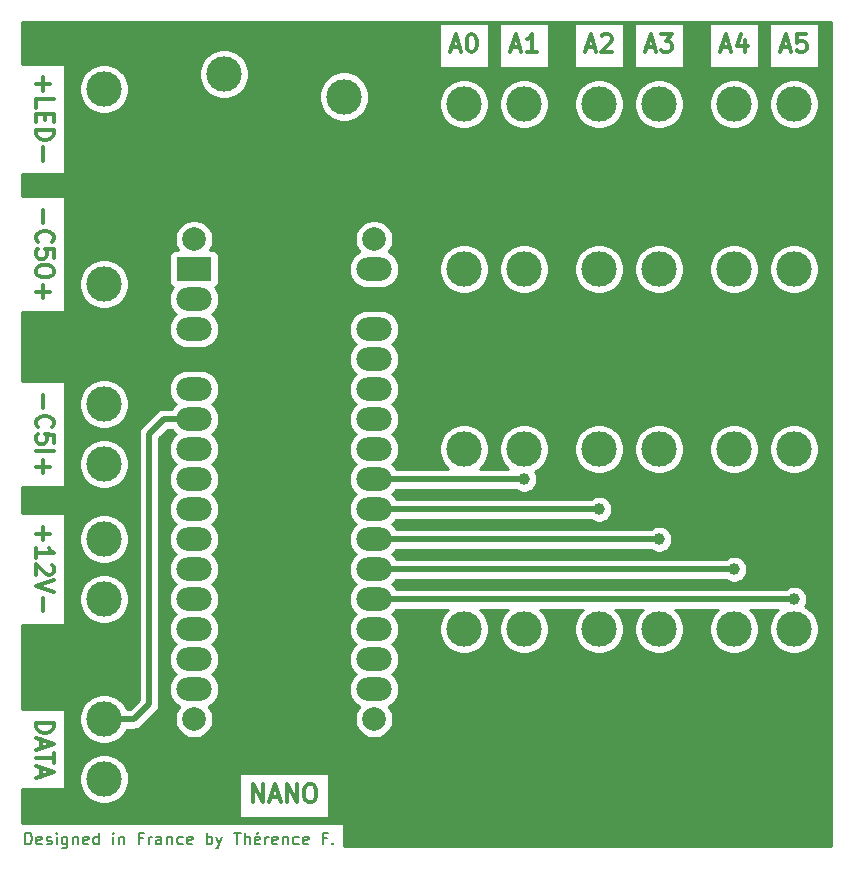
<source format=gtl>
G04 #@! TF.GenerationSoftware,KiCad,Pcbnew,(5.1.4)-1*
G04 #@! TF.CreationDate,2021-08-16T11:20:49+02:00*
G04 #@! TF.ProjectId,lionsled,6c696f6e-736c-4656-942e-6b696361645f,1.0*
G04 #@! TF.SameCoordinates,Original*
G04 #@! TF.FileFunction,Copper,L1,Top*
G04 #@! TF.FilePolarity,Positive*
%FSLAX46Y46*%
G04 Gerber Fmt 4.6, Leading zero omitted, Abs format (unit mm)*
G04 Created by KiCad (PCBNEW (5.1.4)-1) date 2021-08-16 11:20:49*
%MOMM*%
%LPD*%
G04 APERTURE LIST*
%ADD10C,0.300000*%
%ADD11C,0.150000*%
%ADD12C,3.000000*%
%ADD13R,3.000000X3.000000*%
%ADD14R,3.000000X2.000000*%
%ADD15O,3.000000X2.000000*%
%ADD16C,2.000000*%
%ADD17C,1.000000*%
%ADD18C,0.500000*%
%ADD19C,0.254000*%
G04 APERTURE END LIST*
D10*
X87527142Y-122598571D02*
X87527142Y-121098571D01*
X88384285Y-122598571D01*
X88384285Y-121098571D01*
X89027142Y-122170000D02*
X89741428Y-122170000D01*
X88884285Y-122598571D02*
X89384285Y-121098571D01*
X89884285Y-122598571D01*
X90384285Y-122598571D02*
X90384285Y-121098571D01*
X91241428Y-122598571D01*
X91241428Y-121098571D01*
X92241428Y-121098571D02*
X92527142Y-121098571D01*
X92670000Y-121170000D01*
X92812857Y-121312857D01*
X92884285Y-121598571D01*
X92884285Y-122098571D01*
X92812857Y-122384285D01*
X92670000Y-122527142D01*
X92527142Y-122598571D01*
X92241428Y-122598571D01*
X92098571Y-122527142D01*
X91955714Y-122384285D01*
X91884285Y-122098571D01*
X91884285Y-121598571D01*
X91955714Y-121312857D01*
X92098571Y-121170000D01*
X92241428Y-121098571D01*
D11*
X68256190Y-126182380D02*
X68256190Y-125182380D01*
X68494285Y-125182380D01*
X68637142Y-125230000D01*
X68732380Y-125325238D01*
X68780000Y-125420476D01*
X68827619Y-125610952D01*
X68827619Y-125753809D01*
X68780000Y-125944285D01*
X68732380Y-126039523D01*
X68637142Y-126134761D01*
X68494285Y-126182380D01*
X68256190Y-126182380D01*
X69637142Y-126134761D02*
X69541904Y-126182380D01*
X69351428Y-126182380D01*
X69256190Y-126134761D01*
X69208571Y-126039523D01*
X69208571Y-125658571D01*
X69256190Y-125563333D01*
X69351428Y-125515714D01*
X69541904Y-125515714D01*
X69637142Y-125563333D01*
X69684761Y-125658571D01*
X69684761Y-125753809D01*
X69208571Y-125849047D01*
X70065714Y-126134761D02*
X70160952Y-126182380D01*
X70351428Y-126182380D01*
X70446666Y-126134761D01*
X70494285Y-126039523D01*
X70494285Y-125991904D01*
X70446666Y-125896666D01*
X70351428Y-125849047D01*
X70208571Y-125849047D01*
X70113333Y-125801428D01*
X70065714Y-125706190D01*
X70065714Y-125658571D01*
X70113333Y-125563333D01*
X70208571Y-125515714D01*
X70351428Y-125515714D01*
X70446666Y-125563333D01*
X70922857Y-126182380D02*
X70922857Y-125515714D01*
X70922857Y-125182380D02*
X70875238Y-125230000D01*
X70922857Y-125277619D01*
X70970476Y-125230000D01*
X70922857Y-125182380D01*
X70922857Y-125277619D01*
X71827619Y-125515714D02*
X71827619Y-126325238D01*
X71780000Y-126420476D01*
X71732380Y-126468095D01*
X71637142Y-126515714D01*
X71494285Y-126515714D01*
X71399047Y-126468095D01*
X71827619Y-126134761D02*
X71732380Y-126182380D01*
X71541904Y-126182380D01*
X71446666Y-126134761D01*
X71399047Y-126087142D01*
X71351428Y-125991904D01*
X71351428Y-125706190D01*
X71399047Y-125610952D01*
X71446666Y-125563333D01*
X71541904Y-125515714D01*
X71732380Y-125515714D01*
X71827619Y-125563333D01*
X72303809Y-125515714D02*
X72303809Y-126182380D01*
X72303809Y-125610952D02*
X72351428Y-125563333D01*
X72446666Y-125515714D01*
X72589523Y-125515714D01*
X72684761Y-125563333D01*
X72732380Y-125658571D01*
X72732380Y-126182380D01*
X73589523Y-126134761D02*
X73494285Y-126182380D01*
X73303809Y-126182380D01*
X73208571Y-126134761D01*
X73160952Y-126039523D01*
X73160952Y-125658571D01*
X73208571Y-125563333D01*
X73303809Y-125515714D01*
X73494285Y-125515714D01*
X73589523Y-125563333D01*
X73637142Y-125658571D01*
X73637142Y-125753809D01*
X73160952Y-125849047D01*
X74494285Y-126182380D02*
X74494285Y-125182380D01*
X74494285Y-126134761D02*
X74399047Y-126182380D01*
X74208571Y-126182380D01*
X74113333Y-126134761D01*
X74065714Y-126087142D01*
X74018095Y-125991904D01*
X74018095Y-125706190D01*
X74065714Y-125610952D01*
X74113333Y-125563333D01*
X74208571Y-125515714D01*
X74399047Y-125515714D01*
X74494285Y-125563333D01*
X75732380Y-126182380D02*
X75732380Y-125515714D01*
X75732380Y-125182380D02*
X75684761Y-125230000D01*
X75732380Y-125277619D01*
X75780000Y-125230000D01*
X75732380Y-125182380D01*
X75732380Y-125277619D01*
X76208571Y-125515714D02*
X76208571Y-126182380D01*
X76208571Y-125610952D02*
X76256190Y-125563333D01*
X76351428Y-125515714D01*
X76494285Y-125515714D01*
X76589523Y-125563333D01*
X76637142Y-125658571D01*
X76637142Y-126182380D01*
X78208571Y-125658571D02*
X77875238Y-125658571D01*
X77875238Y-126182380D02*
X77875238Y-125182380D01*
X78351428Y-125182380D01*
X78732380Y-126182380D02*
X78732380Y-125515714D01*
X78732380Y-125706190D02*
X78780000Y-125610952D01*
X78827619Y-125563333D01*
X78922857Y-125515714D01*
X79018095Y-125515714D01*
X79780000Y-126182380D02*
X79780000Y-125658571D01*
X79732380Y-125563333D01*
X79637142Y-125515714D01*
X79446666Y-125515714D01*
X79351428Y-125563333D01*
X79780000Y-126134761D02*
X79684761Y-126182380D01*
X79446666Y-126182380D01*
X79351428Y-126134761D01*
X79303809Y-126039523D01*
X79303809Y-125944285D01*
X79351428Y-125849047D01*
X79446666Y-125801428D01*
X79684761Y-125801428D01*
X79780000Y-125753809D01*
X80256190Y-125515714D02*
X80256190Y-126182380D01*
X80256190Y-125610952D02*
X80303809Y-125563333D01*
X80399047Y-125515714D01*
X80541904Y-125515714D01*
X80637142Y-125563333D01*
X80684761Y-125658571D01*
X80684761Y-126182380D01*
X81589523Y-126134761D02*
X81494285Y-126182380D01*
X81303809Y-126182380D01*
X81208571Y-126134761D01*
X81160952Y-126087142D01*
X81113333Y-125991904D01*
X81113333Y-125706190D01*
X81160952Y-125610952D01*
X81208571Y-125563333D01*
X81303809Y-125515714D01*
X81494285Y-125515714D01*
X81589523Y-125563333D01*
X82399047Y-126134761D02*
X82303809Y-126182380D01*
X82113333Y-126182380D01*
X82018095Y-126134761D01*
X81970476Y-126039523D01*
X81970476Y-125658571D01*
X82018095Y-125563333D01*
X82113333Y-125515714D01*
X82303809Y-125515714D01*
X82399047Y-125563333D01*
X82446666Y-125658571D01*
X82446666Y-125753809D01*
X81970476Y-125849047D01*
X83637142Y-126182380D02*
X83637142Y-125182380D01*
X83637142Y-125563333D02*
X83732380Y-125515714D01*
X83922857Y-125515714D01*
X84018095Y-125563333D01*
X84065714Y-125610952D01*
X84113333Y-125706190D01*
X84113333Y-125991904D01*
X84065714Y-126087142D01*
X84018095Y-126134761D01*
X83922857Y-126182380D01*
X83732380Y-126182380D01*
X83637142Y-126134761D01*
X84446666Y-125515714D02*
X84684761Y-126182380D01*
X84922857Y-125515714D02*
X84684761Y-126182380D01*
X84589523Y-126420476D01*
X84541904Y-126468095D01*
X84446666Y-126515714D01*
X85922857Y-125182380D02*
X86494285Y-125182380D01*
X86208571Y-126182380D02*
X86208571Y-125182380D01*
X86827619Y-126182380D02*
X86827619Y-125182380D01*
X87256190Y-126182380D02*
X87256190Y-125658571D01*
X87208571Y-125563333D01*
X87113333Y-125515714D01*
X86970476Y-125515714D01*
X86875238Y-125563333D01*
X86827619Y-125610952D01*
X88113333Y-126134761D02*
X88018095Y-126182380D01*
X87827619Y-126182380D01*
X87732380Y-126134761D01*
X87684761Y-126039523D01*
X87684761Y-125658571D01*
X87732380Y-125563333D01*
X87827619Y-125515714D01*
X88018095Y-125515714D01*
X88113333Y-125563333D01*
X88160952Y-125658571D01*
X88160952Y-125753809D01*
X87684761Y-125849047D01*
X88018095Y-125134761D02*
X87875238Y-125277619D01*
X88589523Y-126182380D02*
X88589523Y-125515714D01*
X88589523Y-125706190D02*
X88637142Y-125610952D01*
X88684761Y-125563333D01*
X88780000Y-125515714D01*
X88875238Y-125515714D01*
X89589523Y-126134761D02*
X89494285Y-126182380D01*
X89303809Y-126182380D01*
X89208571Y-126134761D01*
X89160952Y-126039523D01*
X89160952Y-125658571D01*
X89208571Y-125563333D01*
X89303809Y-125515714D01*
X89494285Y-125515714D01*
X89589523Y-125563333D01*
X89637142Y-125658571D01*
X89637142Y-125753809D01*
X89160952Y-125849047D01*
X90065714Y-125515714D02*
X90065714Y-126182380D01*
X90065714Y-125610952D02*
X90113333Y-125563333D01*
X90208571Y-125515714D01*
X90351428Y-125515714D01*
X90446666Y-125563333D01*
X90494285Y-125658571D01*
X90494285Y-126182380D01*
X91399047Y-126134761D02*
X91303809Y-126182380D01*
X91113333Y-126182380D01*
X91018095Y-126134761D01*
X90970476Y-126087142D01*
X90922857Y-125991904D01*
X90922857Y-125706190D01*
X90970476Y-125610952D01*
X91018095Y-125563333D01*
X91113333Y-125515714D01*
X91303809Y-125515714D01*
X91399047Y-125563333D01*
X92208571Y-126134761D02*
X92113333Y-126182380D01*
X91922857Y-126182380D01*
X91827619Y-126134761D01*
X91780000Y-126039523D01*
X91780000Y-125658571D01*
X91827619Y-125563333D01*
X91922857Y-125515714D01*
X92113333Y-125515714D01*
X92208571Y-125563333D01*
X92256190Y-125658571D01*
X92256190Y-125753809D01*
X91780000Y-125849047D01*
X93780000Y-125658571D02*
X93446666Y-125658571D01*
X93446666Y-126182380D02*
X93446666Y-125182380D01*
X93922857Y-125182380D01*
X94303809Y-126087142D02*
X94351428Y-126134761D01*
X94303809Y-126182380D01*
X94256190Y-126134761D01*
X94303809Y-126087142D01*
X94303809Y-126182380D01*
D10*
X132278571Y-58670000D02*
X132992857Y-58670000D01*
X132135714Y-59098571D02*
X132635714Y-57598571D01*
X133135714Y-59098571D01*
X134350000Y-57598571D02*
X133635714Y-57598571D01*
X133564285Y-58312857D01*
X133635714Y-58241428D01*
X133778571Y-58170000D01*
X134135714Y-58170000D01*
X134278571Y-58241428D01*
X134350000Y-58312857D01*
X134421428Y-58455714D01*
X134421428Y-58812857D01*
X134350000Y-58955714D01*
X134278571Y-59027142D01*
X134135714Y-59098571D01*
X133778571Y-59098571D01*
X133635714Y-59027142D01*
X133564285Y-58955714D01*
X127198571Y-58670000D02*
X127912857Y-58670000D01*
X127055714Y-59098571D02*
X127555714Y-57598571D01*
X128055714Y-59098571D01*
X129198571Y-58098571D02*
X129198571Y-59098571D01*
X128841428Y-57527142D02*
X128484285Y-58598571D01*
X129412857Y-58598571D01*
X120848571Y-58670000D02*
X121562857Y-58670000D01*
X120705714Y-59098571D02*
X121205714Y-57598571D01*
X121705714Y-59098571D01*
X122062857Y-57598571D02*
X122991428Y-57598571D01*
X122491428Y-58170000D01*
X122705714Y-58170000D01*
X122848571Y-58241428D01*
X122920000Y-58312857D01*
X122991428Y-58455714D01*
X122991428Y-58812857D01*
X122920000Y-58955714D01*
X122848571Y-59027142D01*
X122705714Y-59098571D01*
X122277142Y-59098571D01*
X122134285Y-59027142D01*
X122062857Y-58955714D01*
X115768571Y-58670000D02*
X116482857Y-58670000D01*
X115625714Y-59098571D02*
X116125714Y-57598571D01*
X116625714Y-59098571D01*
X117054285Y-57741428D02*
X117125714Y-57670000D01*
X117268571Y-57598571D01*
X117625714Y-57598571D01*
X117768571Y-57670000D01*
X117840000Y-57741428D01*
X117911428Y-57884285D01*
X117911428Y-58027142D01*
X117840000Y-58241428D01*
X116982857Y-59098571D01*
X117911428Y-59098571D01*
X109418571Y-58670000D02*
X110132857Y-58670000D01*
X109275714Y-59098571D02*
X109775714Y-57598571D01*
X110275714Y-59098571D01*
X111561428Y-59098571D02*
X110704285Y-59098571D01*
X111132857Y-59098571D02*
X111132857Y-57598571D01*
X110990000Y-57812857D01*
X110847142Y-57955714D01*
X110704285Y-58027142D01*
X104338571Y-58670000D02*
X105052857Y-58670000D01*
X104195714Y-59098571D02*
X104695714Y-57598571D01*
X105195714Y-59098571D01*
X105981428Y-57598571D02*
X106124285Y-57598571D01*
X106267142Y-57670000D01*
X106338571Y-57741428D01*
X106410000Y-57884285D01*
X106481428Y-58170000D01*
X106481428Y-58527142D01*
X106410000Y-58812857D01*
X106338571Y-58955714D01*
X106267142Y-59027142D01*
X106124285Y-59098571D01*
X105981428Y-59098571D01*
X105838571Y-59027142D01*
X105767142Y-58955714D01*
X105695714Y-58812857D01*
X105624285Y-58527142D01*
X105624285Y-58170000D01*
X105695714Y-57884285D01*
X105767142Y-57741428D01*
X105838571Y-57670000D01*
X105981428Y-57598571D01*
X69742857Y-88118571D02*
X69742857Y-89261428D01*
X69314285Y-90832857D02*
X69242857Y-90761428D01*
X69171428Y-90547142D01*
X69171428Y-90404285D01*
X69242857Y-90190000D01*
X69385714Y-90047142D01*
X69528571Y-89975714D01*
X69814285Y-89904285D01*
X70028571Y-89904285D01*
X70314285Y-89975714D01*
X70457142Y-90047142D01*
X70600000Y-90190000D01*
X70671428Y-90404285D01*
X70671428Y-90547142D01*
X70600000Y-90761428D01*
X70528571Y-90832857D01*
X70671428Y-92190000D02*
X70671428Y-91475714D01*
X69957142Y-91404285D01*
X70028571Y-91475714D01*
X70100000Y-91618571D01*
X70100000Y-91975714D01*
X70028571Y-92118571D01*
X69957142Y-92190000D01*
X69814285Y-92261428D01*
X69457142Y-92261428D01*
X69314285Y-92190000D01*
X69242857Y-92118571D01*
X69171428Y-91975714D01*
X69171428Y-91618571D01*
X69242857Y-91475714D01*
X69314285Y-91404285D01*
X69171428Y-92904285D02*
X70671428Y-92904285D01*
X69742857Y-93618571D02*
X69742857Y-94761428D01*
X69171428Y-94190000D02*
X70314285Y-94190000D01*
X69742857Y-99298571D02*
X69742857Y-100441428D01*
X69171428Y-99870000D02*
X70314285Y-99870000D01*
X69171428Y-101941428D02*
X69171428Y-101084285D01*
X69171428Y-101512857D02*
X70671428Y-101512857D01*
X70457142Y-101370000D01*
X70314285Y-101227142D01*
X70242857Y-101084285D01*
X70528571Y-102512857D02*
X70600000Y-102584285D01*
X70671428Y-102727142D01*
X70671428Y-103084285D01*
X70600000Y-103227142D01*
X70528571Y-103298571D01*
X70385714Y-103370000D01*
X70242857Y-103370000D01*
X70028571Y-103298571D01*
X69171428Y-102441428D01*
X69171428Y-103370000D01*
X70671428Y-103798571D02*
X69171428Y-104298571D01*
X70671428Y-104798571D01*
X69742857Y-105298571D02*
X69742857Y-106441428D01*
X69171428Y-115860000D02*
X70671428Y-115860000D01*
X70671428Y-116217142D01*
X70600000Y-116431428D01*
X70457142Y-116574285D01*
X70314285Y-116645714D01*
X70028571Y-116717142D01*
X69814285Y-116717142D01*
X69528571Y-116645714D01*
X69385714Y-116574285D01*
X69242857Y-116431428D01*
X69171428Y-116217142D01*
X69171428Y-115860000D01*
X69600000Y-117288571D02*
X69600000Y-118002857D01*
X69171428Y-117145714D02*
X70671428Y-117645714D01*
X69171428Y-118145714D01*
X70671428Y-118431428D02*
X70671428Y-119288571D01*
X69171428Y-118860000D02*
X70671428Y-118860000D01*
X69600000Y-119717142D02*
X69600000Y-120431428D01*
X69171428Y-119574285D02*
X70671428Y-120074285D01*
X69171428Y-120574285D01*
X69742857Y-72450000D02*
X69742857Y-73592857D01*
X69314285Y-75164285D02*
X69242857Y-75092857D01*
X69171428Y-74878571D01*
X69171428Y-74735714D01*
X69242857Y-74521428D01*
X69385714Y-74378571D01*
X69528571Y-74307142D01*
X69814285Y-74235714D01*
X70028571Y-74235714D01*
X70314285Y-74307142D01*
X70457142Y-74378571D01*
X70600000Y-74521428D01*
X70671428Y-74735714D01*
X70671428Y-74878571D01*
X70600000Y-75092857D01*
X70528571Y-75164285D01*
X70671428Y-76521428D02*
X70671428Y-75807142D01*
X69957142Y-75735714D01*
X70028571Y-75807142D01*
X70100000Y-75950000D01*
X70100000Y-76307142D01*
X70028571Y-76450000D01*
X69957142Y-76521428D01*
X69814285Y-76592857D01*
X69457142Y-76592857D01*
X69314285Y-76521428D01*
X69242857Y-76450000D01*
X69171428Y-76307142D01*
X69171428Y-75950000D01*
X69242857Y-75807142D01*
X69314285Y-75735714D01*
X70671428Y-77521428D02*
X70671428Y-77807142D01*
X70600000Y-77950000D01*
X70457142Y-78092857D01*
X70171428Y-78164285D01*
X69671428Y-78164285D01*
X69385714Y-78092857D01*
X69242857Y-77950000D01*
X69171428Y-77807142D01*
X69171428Y-77521428D01*
X69242857Y-77378571D01*
X69385714Y-77235714D01*
X69671428Y-77164285D01*
X70171428Y-77164285D01*
X70457142Y-77235714D01*
X70600000Y-77378571D01*
X70671428Y-77521428D01*
X69742857Y-78807142D02*
X69742857Y-79950000D01*
X69171428Y-79378571D02*
X70314285Y-79378571D01*
X69742857Y-61234285D02*
X69742857Y-62377142D01*
X69171428Y-61805714D02*
X70314285Y-61805714D01*
X69171428Y-63805714D02*
X69171428Y-63091428D01*
X70671428Y-63091428D01*
X69957142Y-64305714D02*
X69957142Y-64805714D01*
X69171428Y-65020000D02*
X69171428Y-64305714D01*
X70671428Y-64305714D01*
X70671428Y-65020000D01*
X69171428Y-65662857D02*
X70671428Y-65662857D01*
X70671428Y-66020000D01*
X70600000Y-66234285D01*
X70457142Y-66377142D01*
X70314285Y-66448571D01*
X70028571Y-66520000D01*
X69814285Y-66520000D01*
X69528571Y-66448571D01*
X69385714Y-66377142D01*
X69242857Y-66234285D01*
X69171428Y-66020000D01*
X69171428Y-65662857D01*
X69742857Y-67162857D02*
X69742857Y-68305714D01*
D12*
X95250000Y-62865000D03*
D13*
X95250000Y-66675000D03*
D14*
X82550000Y-77470000D03*
D15*
X97790000Y-110490000D03*
X82550000Y-80010000D03*
X97790000Y-107950000D03*
X82550000Y-82550000D03*
X97790000Y-105410000D03*
X82550000Y-85090000D03*
X97790000Y-102870000D03*
X82550000Y-87630000D03*
X97790000Y-100330000D03*
X82550000Y-90170000D03*
X97790000Y-97790000D03*
X82550000Y-92710000D03*
X97790000Y-95250000D03*
X82550000Y-95250000D03*
X97790000Y-92710000D03*
X82550000Y-97790000D03*
X97790000Y-90170000D03*
X82550000Y-100330000D03*
X97790000Y-87630000D03*
X82550000Y-102870000D03*
X97790000Y-85090000D03*
X82550000Y-105410000D03*
X97790000Y-82550000D03*
X82550000Y-107950000D03*
X97790000Y-80010000D03*
X82550000Y-110490000D03*
X97790000Y-77470000D03*
X82550000Y-113030000D03*
X97790000Y-113030000D03*
D16*
X82550000Y-74930000D03*
X97790000Y-74930000D03*
X97790000Y-115570000D03*
X82550000Y-115570000D03*
D12*
X85090000Y-60960000D03*
X85090000Y-68580000D03*
X74930000Y-100330000D03*
X74930000Y-105410000D03*
X74930000Y-93980000D03*
X74930000Y-88900000D03*
X74930000Y-73660000D03*
X74930000Y-78740000D03*
X74930000Y-67310000D03*
X74930000Y-62230000D03*
X74930000Y-120650000D03*
X74930000Y-115570000D03*
X133350000Y-63500000D03*
X128270000Y-63500000D03*
X116840000Y-63500000D03*
X121920000Y-63500000D03*
X110490000Y-63500000D03*
X105410000Y-63500000D03*
X133350000Y-92710000D03*
X133350000Y-77470000D03*
X128270000Y-77470000D03*
X128270000Y-92710000D03*
X121920000Y-92710000D03*
X121920000Y-77470000D03*
X116840000Y-77470000D03*
X116840000Y-92710000D03*
X110490000Y-92710000D03*
X110490000Y-77470000D03*
X105410000Y-77470000D03*
X105410000Y-92710000D03*
X133350000Y-123190000D03*
X133350000Y-107950000D03*
X128270000Y-107950000D03*
X128270000Y-123190000D03*
X121920000Y-123190000D03*
X121920000Y-107950000D03*
X116840000Y-107950000D03*
X116840000Y-123190000D03*
X110490000Y-107950000D03*
X110490000Y-123190000D03*
X105410000Y-123190000D03*
X105410000Y-107950000D03*
D17*
X133350000Y-105410000D03*
X128270000Y-102870000D03*
X121920000Y-100330000D03*
X116840000Y-97790000D03*
X110490000Y-95250000D03*
D18*
X133350000Y-105410000D02*
X97790000Y-105410000D01*
X128270000Y-102870000D02*
X97790000Y-102870000D01*
X121920000Y-100330000D02*
X97790000Y-100330000D01*
X74930000Y-115570000D02*
X77470000Y-115570000D01*
X77470000Y-115570000D02*
X78740000Y-114300000D01*
X78740000Y-114300000D02*
X78740000Y-91440000D01*
X78740000Y-91440000D02*
X80010000Y-90170000D01*
X80010000Y-90170000D02*
X82550000Y-90170000D01*
X116840000Y-97790000D02*
X97790000Y-97790000D01*
X110490000Y-95250000D02*
X97790000Y-95250000D01*
D19*
G36*
X136500001Y-126340000D02*
G01*
X95251905Y-126340000D01*
X95251905Y-124337500D01*
X67970000Y-124337500D01*
X67970000Y-121502143D01*
X71640000Y-121502143D01*
X71640000Y-120439721D01*
X72795000Y-120439721D01*
X72795000Y-120860279D01*
X72877047Y-121272756D01*
X73037988Y-121661302D01*
X73271637Y-122010983D01*
X73569017Y-122308363D01*
X73918698Y-122542012D01*
X74307244Y-122702953D01*
X74719721Y-122785000D01*
X75140279Y-122785000D01*
X75552756Y-122702953D01*
X75941302Y-122542012D01*
X76290983Y-122308363D01*
X76588363Y-122010983D01*
X76822012Y-121661302D01*
X76982953Y-121272756D01*
X77065000Y-120860279D01*
X77065000Y-120439721D01*
X77003393Y-120130000D01*
X86385000Y-120130000D01*
X86385000Y-123950000D01*
X93955000Y-123950000D01*
X93955000Y-120130000D01*
X86385000Y-120130000D01*
X77003393Y-120130000D01*
X76982953Y-120027244D01*
X76822012Y-119638698D01*
X76588363Y-119289017D01*
X76290983Y-118991637D01*
X75941302Y-118757988D01*
X75552756Y-118597047D01*
X75140279Y-118515000D01*
X74719721Y-118515000D01*
X74307244Y-118597047D01*
X73918698Y-118757988D01*
X73569017Y-118991637D01*
X73271637Y-119289017D01*
X73037988Y-119638698D01*
X72877047Y-120027244D01*
X72795000Y-120439721D01*
X71640000Y-120439721D01*
X71640000Y-115359721D01*
X72795000Y-115359721D01*
X72795000Y-115780279D01*
X72877047Y-116192756D01*
X73037988Y-116581302D01*
X73271637Y-116930983D01*
X73569017Y-117228363D01*
X73918698Y-117462012D01*
X74307244Y-117622953D01*
X74719721Y-117705000D01*
X75140279Y-117705000D01*
X75552756Y-117622953D01*
X75941302Y-117462012D01*
X76290983Y-117228363D01*
X76588363Y-116930983D01*
X76822012Y-116581302D01*
X76874328Y-116455000D01*
X77426531Y-116455000D01*
X77470000Y-116459281D01*
X77513469Y-116455000D01*
X77513477Y-116455000D01*
X77643490Y-116442195D01*
X77810313Y-116391589D01*
X77964059Y-116309411D01*
X78098817Y-116198817D01*
X78126534Y-116165044D01*
X79335050Y-114956529D01*
X79368817Y-114928817D01*
X79479411Y-114794059D01*
X79561589Y-114640313D01*
X79612195Y-114473490D01*
X79625000Y-114343477D01*
X79625000Y-114343467D01*
X79629281Y-114300001D01*
X79625000Y-114256535D01*
X79625000Y-91806578D01*
X80376579Y-91055000D01*
X80669135Y-91055000D01*
X80683969Y-91082752D01*
X80888286Y-91331714D01*
X81020233Y-91440000D01*
X80888286Y-91548286D01*
X80683969Y-91797248D01*
X80532148Y-92081285D01*
X80438657Y-92389484D01*
X80407089Y-92710000D01*
X80438657Y-93030516D01*
X80532148Y-93338715D01*
X80683969Y-93622752D01*
X80888286Y-93871714D01*
X81020233Y-93980000D01*
X80888286Y-94088286D01*
X80683969Y-94337248D01*
X80532148Y-94621285D01*
X80438657Y-94929484D01*
X80407089Y-95250000D01*
X80438657Y-95570516D01*
X80532148Y-95878715D01*
X80683969Y-96162752D01*
X80888286Y-96411714D01*
X81020233Y-96520000D01*
X80888286Y-96628286D01*
X80683969Y-96877248D01*
X80532148Y-97161285D01*
X80438657Y-97469484D01*
X80407089Y-97790000D01*
X80438657Y-98110516D01*
X80532148Y-98418715D01*
X80683969Y-98702752D01*
X80888286Y-98951714D01*
X81020233Y-99060000D01*
X80888286Y-99168286D01*
X80683969Y-99417248D01*
X80532148Y-99701285D01*
X80438657Y-100009484D01*
X80407089Y-100330000D01*
X80438657Y-100650516D01*
X80532148Y-100958715D01*
X80683969Y-101242752D01*
X80888286Y-101491714D01*
X81020233Y-101600000D01*
X80888286Y-101708286D01*
X80683969Y-101957248D01*
X80532148Y-102241285D01*
X80438657Y-102549484D01*
X80407089Y-102870000D01*
X80438657Y-103190516D01*
X80532148Y-103498715D01*
X80683969Y-103782752D01*
X80888286Y-104031714D01*
X81020233Y-104140000D01*
X80888286Y-104248286D01*
X80683969Y-104497248D01*
X80532148Y-104781285D01*
X80438657Y-105089484D01*
X80407089Y-105410000D01*
X80438657Y-105730516D01*
X80532148Y-106038715D01*
X80683969Y-106322752D01*
X80888286Y-106571714D01*
X81020233Y-106680000D01*
X80888286Y-106788286D01*
X80683969Y-107037248D01*
X80532148Y-107321285D01*
X80438657Y-107629484D01*
X80407089Y-107950000D01*
X80438657Y-108270516D01*
X80532148Y-108578715D01*
X80683969Y-108862752D01*
X80888286Y-109111714D01*
X81020233Y-109220000D01*
X80888286Y-109328286D01*
X80683969Y-109577248D01*
X80532148Y-109861285D01*
X80438657Y-110169484D01*
X80407089Y-110490000D01*
X80438657Y-110810516D01*
X80532148Y-111118715D01*
X80683969Y-111402752D01*
X80888286Y-111651714D01*
X81020233Y-111760000D01*
X80888286Y-111868286D01*
X80683969Y-112117248D01*
X80532148Y-112401285D01*
X80438657Y-112709484D01*
X80407089Y-113030000D01*
X80438657Y-113350516D01*
X80532148Y-113658715D01*
X80683969Y-113942752D01*
X80888286Y-114191714D01*
X81137248Y-114396031D01*
X81316121Y-114491640D01*
X81280013Y-114527748D01*
X81101082Y-114795537D01*
X80977832Y-115093088D01*
X80915000Y-115408967D01*
X80915000Y-115731033D01*
X80977832Y-116046912D01*
X81101082Y-116344463D01*
X81280013Y-116612252D01*
X81507748Y-116839987D01*
X81775537Y-117018918D01*
X82073088Y-117142168D01*
X82388967Y-117205000D01*
X82711033Y-117205000D01*
X83026912Y-117142168D01*
X83324463Y-117018918D01*
X83592252Y-116839987D01*
X83819987Y-116612252D01*
X83998918Y-116344463D01*
X84122168Y-116046912D01*
X84185000Y-115731033D01*
X84185000Y-115408967D01*
X84122168Y-115093088D01*
X83998918Y-114795537D01*
X83819987Y-114527748D01*
X83783879Y-114491640D01*
X83962752Y-114396031D01*
X84211714Y-114191714D01*
X84416031Y-113942752D01*
X84567852Y-113658715D01*
X84661343Y-113350516D01*
X84692911Y-113030000D01*
X84661343Y-112709484D01*
X84567852Y-112401285D01*
X84416031Y-112117248D01*
X84211714Y-111868286D01*
X84079767Y-111760000D01*
X84211714Y-111651714D01*
X84416031Y-111402752D01*
X84567852Y-111118715D01*
X84661343Y-110810516D01*
X84692911Y-110490000D01*
X84661343Y-110169484D01*
X84567852Y-109861285D01*
X84416031Y-109577248D01*
X84211714Y-109328286D01*
X84079767Y-109220000D01*
X84211714Y-109111714D01*
X84416031Y-108862752D01*
X84567852Y-108578715D01*
X84661343Y-108270516D01*
X84692911Y-107950000D01*
X84661343Y-107629484D01*
X84567852Y-107321285D01*
X84416031Y-107037248D01*
X84211714Y-106788286D01*
X84079767Y-106680000D01*
X84211714Y-106571714D01*
X84416031Y-106322752D01*
X84567852Y-106038715D01*
X84661343Y-105730516D01*
X84692911Y-105410000D01*
X84661343Y-105089484D01*
X84567852Y-104781285D01*
X84416031Y-104497248D01*
X84211714Y-104248286D01*
X84079767Y-104140000D01*
X84211714Y-104031714D01*
X84416031Y-103782752D01*
X84567852Y-103498715D01*
X84661343Y-103190516D01*
X84692911Y-102870000D01*
X84661343Y-102549484D01*
X84567852Y-102241285D01*
X84416031Y-101957248D01*
X84211714Y-101708286D01*
X84079767Y-101600000D01*
X84211714Y-101491714D01*
X84416031Y-101242752D01*
X84567852Y-100958715D01*
X84661343Y-100650516D01*
X84692911Y-100330000D01*
X84661343Y-100009484D01*
X84567852Y-99701285D01*
X84416031Y-99417248D01*
X84211714Y-99168286D01*
X84079767Y-99060000D01*
X84211714Y-98951714D01*
X84416031Y-98702752D01*
X84567852Y-98418715D01*
X84661343Y-98110516D01*
X84692911Y-97790000D01*
X84661343Y-97469484D01*
X84567852Y-97161285D01*
X84416031Y-96877248D01*
X84211714Y-96628286D01*
X84079767Y-96520000D01*
X84211714Y-96411714D01*
X84416031Y-96162752D01*
X84567852Y-95878715D01*
X84661343Y-95570516D01*
X84692911Y-95250000D01*
X84661343Y-94929484D01*
X84567852Y-94621285D01*
X84416031Y-94337248D01*
X84211714Y-94088286D01*
X84079767Y-93980000D01*
X84211714Y-93871714D01*
X84416031Y-93622752D01*
X84567852Y-93338715D01*
X84661343Y-93030516D01*
X84692911Y-92710000D01*
X84661343Y-92389484D01*
X84567852Y-92081285D01*
X84416031Y-91797248D01*
X84211714Y-91548286D01*
X84079767Y-91440000D01*
X84211714Y-91331714D01*
X84416031Y-91082752D01*
X84567852Y-90798715D01*
X84661343Y-90490516D01*
X84692911Y-90170000D01*
X84661343Y-89849484D01*
X84567852Y-89541285D01*
X84416031Y-89257248D01*
X84211714Y-89008286D01*
X84079767Y-88900000D01*
X84211714Y-88791714D01*
X84416031Y-88542752D01*
X84567852Y-88258715D01*
X84661343Y-87950516D01*
X84692911Y-87630000D01*
X84661343Y-87309484D01*
X84567852Y-87001285D01*
X84416031Y-86717248D01*
X84211714Y-86468286D01*
X83962752Y-86263969D01*
X83678715Y-86112148D01*
X83370516Y-86018657D01*
X83130322Y-85995000D01*
X81969678Y-85995000D01*
X81729484Y-86018657D01*
X81421285Y-86112148D01*
X81137248Y-86263969D01*
X80888286Y-86468286D01*
X80683969Y-86717248D01*
X80532148Y-87001285D01*
X80438657Y-87309484D01*
X80407089Y-87630000D01*
X80438657Y-87950516D01*
X80532148Y-88258715D01*
X80683969Y-88542752D01*
X80888286Y-88791714D01*
X81020233Y-88900000D01*
X80888286Y-89008286D01*
X80683969Y-89257248D01*
X80669135Y-89285000D01*
X80053465Y-89285000D01*
X80009999Y-89280719D01*
X79966533Y-89285000D01*
X79966523Y-89285000D01*
X79836510Y-89297805D01*
X79669687Y-89348411D01*
X79515941Y-89430589D01*
X79515939Y-89430590D01*
X79515940Y-89430590D01*
X79414953Y-89513468D01*
X79414951Y-89513470D01*
X79381183Y-89541183D01*
X79353470Y-89574951D01*
X78144951Y-90783471D01*
X78111184Y-90811183D01*
X78083471Y-90844951D01*
X78083468Y-90844954D01*
X78000590Y-90945941D01*
X77918412Y-91099687D01*
X77867805Y-91266510D01*
X77850719Y-91440000D01*
X77855001Y-91483479D01*
X77855000Y-113933421D01*
X77103422Y-114685000D01*
X76874328Y-114685000D01*
X76822012Y-114558698D01*
X76588363Y-114209017D01*
X76290983Y-113911637D01*
X75941302Y-113677988D01*
X75552756Y-113517047D01*
X75140279Y-113435000D01*
X74719721Y-113435000D01*
X74307244Y-113517047D01*
X73918698Y-113677988D01*
X73569017Y-113911637D01*
X73271637Y-114209017D01*
X73037988Y-114558698D01*
X72877047Y-114947244D01*
X72795000Y-115359721D01*
X71640000Y-115359721D01*
X71640000Y-114717857D01*
X67970000Y-114717857D01*
X67970000Y-107583572D01*
X71640000Y-107583572D01*
X71640000Y-105199721D01*
X72795000Y-105199721D01*
X72795000Y-105620279D01*
X72877047Y-106032756D01*
X73037988Y-106421302D01*
X73271637Y-106770983D01*
X73569017Y-107068363D01*
X73918698Y-107302012D01*
X74307244Y-107462953D01*
X74719721Y-107545000D01*
X75140279Y-107545000D01*
X75552756Y-107462953D01*
X75941302Y-107302012D01*
X76290983Y-107068363D01*
X76588363Y-106770983D01*
X76822012Y-106421302D01*
X76982953Y-106032756D01*
X77065000Y-105620279D01*
X77065000Y-105199721D01*
X76982953Y-104787244D01*
X76822012Y-104398698D01*
X76588363Y-104049017D01*
X76290983Y-103751637D01*
X75941302Y-103517988D01*
X75552756Y-103357047D01*
X75140279Y-103275000D01*
X74719721Y-103275000D01*
X74307244Y-103357047D01*
X73918698Y-103517988D01*
X73569017Y-103751637D01*
X73271637Y-104049017D01*
X73037988Y-104398698D01*
X72877047Y-104787244D01*
X72795000Y-105199721D01*
X71640000Y-105199721D01*
X71640000Y-100119721D01*
X72795000Y-100119721D01*
X72795000Y-100540279D01*
X72877047Y-100952756D01*
X73037988Y-101341302D01*
X73271637Y-101690983D01*
X73569017Y-101988363D01*
X73918698Y-102222012D01*
X74307244Y-102382953D01*
X74719721Y-102465000D01*
X75140279Y-102465000D01*
X75552756Y-102382953D01*
X75941302Y-102222012D01*
X76290983Y-101988363D01*
X76588363Y-101690983D01*
X76822012Y-101341302D01*
X76982953Y-100952756D01*
X77065000Y-100540279D01*
X77065000Y-100119721D01*
X76982953Y-99707244D01*
X76822012Y-99318698D01*
X76588363Y-98969017D01*
X76290983Y-98671637D01*
X75941302Y-98437988D01*
X75552756Y-98277047D01*
X75140279Y-98195000D01*
X74719721Y-98195000D01*
X74307244Y-98277047D01*
X73918698Y-98437988D01*
X73569017Y-98671637D01*
X73271637Y-98969017D01*
X73037988Y-99318698D01*
X72877047Y-99707244D01*
X72795000Y-100119721D01*
X71640000Y-100119721D01*
X71640000Y-98156429D01*
X67970000Y-98156429D01*
X67970000Y-95903572D01*
X71640000Y-95903572D01*
X71640000Y-93769721D01*
X72795000Y-93769721D01*
X72795000Y-94190279D01*
X72877047Y-94602756D01*
X73037988Y-94991302D01*
X73271637Y-95340983D01*
X73569017Y-95638363D01*
X73918698Y-95872012D01*
X74307244Y-96032953D01*
X74719721Y-96115000D01*
X75140279Y-96115000D01*
X75552756Y-96032953D01*
X75941302Y-95872012D01*
X76290983Y-95638363D01*
X76588363Y-95340983D01*
X76822012Y-94991302D01*
X76982953Y-94602756D01*
X77065000Y-94190279D01*
X77065000Y-93769721D01*
X76982953Y-93357244D01*
X76822012Y-92968698D01*
X76588363Y-92619017D01*
X76290983Y-92321637D01*
X75941302Y-92087988D01*
X75552756Y-91927047D01*
X75140279Y-91845000D01*
X74719721Y-91845000D01*
X74307244Y-91927047D01*
X73918698Y-92087988D01*
X73569017Y-92321637D01*
X73271637Y-92619017D01*
X73037988Y-92968698D01*
X72877047Y-93357244D01*
X72795000Y-93769721D01*
X71640000Y-93769721D01*
X71640000Y-88689721D01*
X72795000Y-88689721D01*
X72795000Y-89110279D01*
X72877047Y-89522756D01*
X73037988Y-89911302D01*
X73271637Y-90260983D01*
X73569017Y-90558363D01*
X73918698Y-90792012D01*
X74307244Y-90952953D01*
X74719721Y-91035000D01*
X75140279Y-91035000D01*
X75552756Y-90952953D01*
X75941302Y-90792012D01*
X76290983Y-90558363D01*
X76588363Y-90260983D01*
X76822012Y-89911302D01*
X76982953Y-89522756D01*
X77065000Y-89110279D01*
X77065000Y-88689721D01*
X76982953Y-88277244D01*
X76822012Y-87888698D01*
X76588363Y-87539017D01*
X76290983Y-87241637D01*
X75941302Y-87007988D01*
X75552756Y-86847047D01*
X75140279Y-86765000D01*
X74719721Y-86765000D01*
X74307244Y-86847047D01*
X73918698Y-87007988D01*
X73569017Y-87241637D01*
X73271637Y-87539017D01*
X73037988Y-87888698D01*
X72877047Y-88277244D01*
X72795000Y-88689721D01*
X71640000Y-88689721D01*
X71640000Y-86976429D01*
X67970000Y-86976429D01*
X67970000Y-81092143D01*
X71640000Y-81092143D01*
X71640000Y-78529721D01*
X72795000Y-78529721D01*
X72795000Y-78950279D01*
X72877047Y-79362756D01*
X73037988Y-79751302D01*
X73271637Y-80100983D01*
X73569017Y-80398363D01*
X73918698Y-80632012D01*
X74307244Y-80792953D01*
X74719721Y-80875000D01*
X75140279Y-80875000D01*
X75552756Y-80792953D01*
X75941302Y-80632012D01*
X76290983Y-80398363D01*
X76588363Y-80100983D01*
X76649155Y-80010000D01*
X80407089Y-80010000D01*
X80438657Y-80330516D01*
X80532148Y-80638715D01*
X80683969Y-80922752D01*
X80888286Y-81171714D01*
X81020233Y-81280000D01*
X80888286Y-81388286D01*
X80683969Y-81637248D01*
X80532148Y-81921285D01*
X80438657Y-82229484D01*
X80407089Y-82550000D01*
X80438657Y-82870516D01*
X80532148Y-83178715D01*
X80683969Y-83462752D01*
X80888286Y-83711714D01*
X81137248Y-83916031D01*
X81421285Y-84067852D01*
X81729484Y-84161343D01*
X81969678Y-84185000D01*
X83130322Y-84185000D01*
X83370516Y-84161343D01*
X83678715Y-84067852D01*
X83962752Y-83916031D01*
X84211714Y-83711714D01*
X84416031Y-83462752D01*
X84567852Y-83178715D01*
X84661343Y-82870516D01*
X84692911Y-82550000D01*
X95647089Y-82550000D01*
X95678657Y-82870516D01*
X95772148Y-83178715D01*
X95923969Y-83462752D01*
X96128286Y-83711714D01*
X96260233Y-83820000D01*
X96128286Y-83928286D01*
X95923969Y-84177248D01*
X95772148Y-84461285D01*
X95678657Y-84769484D01*
X95647089Y-85090000D01*
X95678657Y-85410516D01*
X95772148Y-85718715D01*
X95923969Y-86002752D01*
X96128286Y-86251714D01*
X96260233Y-86360000D01*
X96128286Y-86468286D01*
X95923969Y-86717248D01*
X95772148Y-87001285D01*
X95678657Y-87309484D01*
X95647089Y-87630000D01*
X95678657Y-87950516D01*
X95772148Y-88258715D01*
X95923969Y-88542752D01*
X96128286Y-88791714D01*
X96260233Y-88900000D01*
X96128286Y-89008286D01*
X95923969Y-89257248D01*
X95772148Y-89541285D01*
X95678657Y-89849484D01*
X95647089Y-90170000D01*
X95678657Y-90490516D01*
X95772148Y-90798715D01*
X95923969Y-91082752D01*
X96128286Y-91331714D01*
X96260233Y-91440000D01*
X96128286Y-91548286D01*
X95923969Y-91797248D01*
X95772148Y-92081285D01*
X95678657Y-92389484D01*
X95647089Y-92710000D01*
X95678657Y-93030516D01*
X95772148Y-93338715D01*
X95923969Y-93622752D01*
X96128286Y-93871714D01*
X96260233Y-93980000D01*
X96128286Y-94088286D01*
X95923969Y-94337248D01*
X95772148Y-94621285D01*
X95678657Y-94929484D01*
X95647089Y-95250000D01*
X95678657Y-95570516D01*
X95772148Y-95878715D01*
X95923969Y-96162752D01*
X96128286Y-96411714D01*
X96260233Y-96520000D01*
X96128286Y-96628286D01*
X95923969Y-96877248D01*
X95772148Y-97161285D01*
X95678657Y-97469484D01*
X95647089Y-97790000D01*
X95678657Y-98110516D01*
X95772148Y-98418715D01*
X95923969Y-98702752D01*
X96128286Y-98951714D01*
X96260233Y-99060000D01*
X96128286Y-99168286D01*
X95923969Y-99417248D01*
X95772148Y-99701285D01*
X95678657Y-100009484D01*
X95647089Y-100330000D01*
X95678657Y-100650516D01*
X95772148Y-100958715D01*
X95923969Y-101242752D01*
X96128286Y-101491714D01*
X96260233Y-101600000D01*
X96128286Y-101708286D01*
X95923969Y-101957248D01*
X95772148Y-102241285D01*
X95678657Y-102549484D01*
X95647089Y-102870000D01*
X95678657Y-103190516D01*
X95772148Y-103498715D01*
X95923969Y-103782752D01*
X96128286Y-104031714D01*
X96260233Y-104140000D01*
X96128286Y-104248286D01*
X95923969Y-104497248D01*
X95772148Y-104781285D01*
X95678657Y-105089484D01*
X95647089Y-105410000D01*
X95678657Y-105730516D01*
X95772148Y-106038715D01*
X95923969Y-106322752D01*
X96128286Y-106571714D01*
X96260233Y-106680000D01*
X96128286Y-106788286D01*
X95923969Y-107037248D01*
X95772148Y-107321285D01*
X95678657Y-107629484D01*
X95647089Y-107950000D01*
X95678657Y-108270516D01*
X95772148Y-108578715D01*
X95923969Y-108862752D01*
X96128286Y-109111714D01*
X96260233Y-109220000D01*
X96128286Y-109328286D01*
X95923969Y-109577248D01*
X95772148Y-109861285D01*
X95678657Y-110169484D01*
X95647089Y-110490000D01*
X95678657Y-110810516D01*
X95772148Y-111118715D01*
X95923969Y-111402752D01*
X96128286Y-111651714D01*
X96260233Y-111760000D01*
X96128286Y-111868286D01*
X95923969Y-112117248D01*
X95772148Y-112401285D01*
X95678657Y-112709484D01*
X95647089Y-113030000D01*
X95678657Y-113350516D01*
X95772148Y-113658715D01*
X95923969Y-113942752D01*
X96128286Y-114191714D01*
X96377248Y-114396031D01*
X96556121Y-114491640D01*
X96520013Y-114527748D01*
X96341082Y-114795537D01*
X96217832Y-115093088D01*
X96155000Y-115408967D01*
X96155000Y-115731033D01*
X96217832Y-116046912D01*
X96341082Y-116344463D01*
X96520013Y-116612252D01*
X96747748Y-116839987D01*
X97015537Y-117018918D01*
X97313088Y-117142168D01*
X97628967Y-117205000D01*
X97951033Y-117205000D01*
X98266912Y-117142168D01*
X98564463Y-117018918D01*
X98832252Y-116839987D01*
X99059987Y-116612252D01*
X99238918Y-116344463D01*
X99362168Y-116046912D01*
X99425000Y-115731033D01*
X99425000Y-115408967D01*
X99362168Y-115093088D01*
X99238918Y-114795537D01*
X99059987Y-114527748D01*
X99023879Y-114491640D01*
X99202752Y-114396031D01*
X99451714Y-114191714D01*
X99656031Y-113942752D01*
X99807852Y-113658715D01*
X99901343Y-113350516D01*
X99932911Y-113030000D01*
X99901343Y-112709484D01*
X99807852Y-112401285D01*
X99656031Y-112117248D01*
X99451714Y-111868286D01*
X99319767Y-111760000D01*
X99451714Y-111651714D01*
X99656031Y-111402752D01*
X99807852Y-111118715D01*
X99901343Y-110810516D01*
X99932911Y-110490000D01*
X99901343Y-110169484D01*
X99807852Y-109861285D01*
X99656031Y-109577248D01*
X99451714Y-109328286D01*
X99319767Y-109220000D01*
X99451714Y-109111714D01*
X99656031Y-108862752D01*
X99807852Y-108578715D01*
X99901343Y-108270516D01*
X99932911Y-107950000D01*
X99901343Y-107629484D01*
X99807852Y-107321285D01*
X99656031Y-107037248D01*
X99451714Y-106788286D01*
X99319767Y-106680000D01*
X99451714Y-106571714D01*
X99656031Y-106322752D01*
X99670865Y-106295000D01*
X104045654Y-106295000D01*
X103751637Y-106589017D01*
X103517988Y-106938698D01*
X103357047Y-107327244D01*
X103275000Y-107739721D01*
X103275000Y-108160279D01*
X103357047Y-108572756D01*
X103517988Y-108961302D01*
X103751637Y-109310983D01*
X104049017Y-109608363D01*
X104398698Y-109842012D01*
X104787244Y-110002953D01*
X105199721Y-110085000D01*
X105620279Y-110085000D01*
X106032756Y-110002953D01*
X106421302Y-109842012D01*
X106770983Y-109608363D01*
X107068363Y-109310983D01*
X107302012Y-108961302D01*
X107462953Y-108572756D01*
X107545000Y-108160279D01*
X107545000Y-107739721D01*
X107462953Y-107327244D01*
X107302012Y-106938698D01*
X107068363Y-106589017D01*
X106774346Y-106295000D01*
X109125654Y-106295000D01*
X108831637Y-106589017D01*
X108597988Y-106938698D01*
X108437047Y-107327244D01*
X108355000Y-107739721D01*
X108355000Y-108160279D01*
X108437047Y-108572756D01*
X108597988Y-108961302D01*
X108831637Y-109310983D01*
X109129017Y-109608363D01*
X109478698Y-109842012D01*
X109867244Y-110002953D01*
X110279721Y-110085000D01*
X110700279Y-110085000D01*
X111112756Y-110002953D01*
X111501302Y-109842012D01*
X111850983Y-109608363D01*
X112148363Y-109310983D01*
X112382012Y-108961302D01*
X112542953Y-108572756D01*
X112625000Y-108160279D01*
X112625000Y-107739721D01*
X112542953Y-107327244D01*
X112382012Y-106938698D01*
X112148363Y-106589017D01*
X111854346Y-106295000D01*
X115475654Y-106295000D01*
X115181637Y-106589017D01*
X114947988Y-106938698D01*
X114787047Y-107327244D01*
X114705000Y-107739721D01*
X114705000Y-108160279D01*
X114787047Y-108572756D01*
X114947988Y-108961302D01*
X115181637Y-109310983D01*
X115479017Y-109608363D01*
X115828698Y-109842012D01*
X116217244Y-110002953D01*
X116629721Y-110085000D01*
X117050279Y-110085000D01*
X117462756Y-110002953D01*
X117851302Y-109842012D01*
X118200983Y-109608363D01*
X118498363Y-109310983D01*
X118732012Y-108961302D01*
X118892953Y-108572756D01*
X118975000Y-108160279D01*
X118975000Y-107739721D01*
X118892953Y-107327244D01*
X118732012Y-106938698D01*
X118498363Y-106589017D01*
X118204346Y-106295000D01*
X120555654Y-106295000D01*
X120261637Y-106589017D01*
X120027988Y-106938698D01*
X119867047Y-107327244D01*
X119785000Y-107739721D01*
X119785000Y-108160279D01*
X119867047Y-108572756D01*
X120027988Y-108961302D01*
X120261637Y-109310983D01*
X120559017Y-109608363D01*
X120908698Y-109842012D01*
X121297244Y-110002953D01*
X121709721Y-110085000D01*
X122130279Y-110085000D01*
X122542756Y-110002953D01*
X122931302Y-109842012D01*
X123280983Y-109608363D01*
X123578363Y-109310983D01*
X123812012Y-108961302D01*
X123972953Y-108572756D01*
X124055000Y-108160279D01*
X124055000Y-107739721D01*
X123972953Y-107327244D01*
X123812012Y-106938698D01*
X123578363Y-106589017D01*
X123284346Y-106295000D01*
X126905654Y-106295000D01*
X126611637Y-106589017D01*
X126377988Y-106938698D01*
X126217047Y-107327244D01*
X126135000Y-107739721D01*
X126135000Y-108160279D01*
X126217047Y-108572756D01*
X126377988Y-108961302D01*
X126611637Y-109310983D01*
X126909017Y-109608363D01*
X127258698Y-109842012D01*
X127647244Y-110002953D01*
X128059721Y-110085000D01*
X128480279Y-110085000D01*
X128892756Y-110002953D01*
X129281302Y-109842012D01*
X129630983Y-109608363D01*
X129928363Y-109310983D01*
X130162012Y-108961302D01*
X130322953Y-108572756D01*
X130405000Y-108160279D01*
X130405000Y-107739721D01*
X130322953Y-107327244D01*
X130162012Y-106938698D01*
X129928363Y-106589017D01*
X129634346Y-106295000D01*
X131985654Y-106295000D01*
X131691637Y-106589017D01*
X131457988Y-106938698D01*
X131297047Y-107327244D01*
X131215000Y-107739721D01*
X131215000Y-108160279D01*
X131297047Y-108572756D01*
X131457988Y-108961302D01*
X131691637Y-109310983D01*
X131989017Y-109608363D01*
X132338698Y-109842012D01*
X132727244Y-110002953D01*
X133139721Y-110085000D01*
X133560279Y-110085000D01*
X133972756Y-110002953D01*
X134361302Y-109842012D01*
X134710983Y-109608363D01*
X135008363Y-109310983D01*
X135242012Y-108961302D01*
X135402953Y-108572756D01*
X135485000Y-108160279D01*
X135485000Y-107739721D01*
X135402953Y-107327244D01*
X135242012Y-106938698D01*
X135008363Y-106589017D01*
X134710983Y-106291637D01*
X134361302Y-106057988D01*
X134299254Y-106032287D01*
X134355824Y-105947624D01*
X134441383Y-105741067D01*
X134485000Y-105521788D01*
X134485000Y-105298212D01*
X134441383Y-105078933D01*
X134355824Y-104872376D01*
X134231612Y-104686480D01*
X134073520Y-104528388D01*
X133887624Y-104404176D01*
X133681067Y-104318617D01*
X133461788Y-104275000D01*
X133238212Y-104275000D01*
X133018933Y-104318617D01*
X132812376Y-104404176D01*
X132631550Y-104525000D01*
X99670865Y-104525000D01*
X99656031Y-104497248D01*
X99451714Y-104248286D01*
X99319767Y-104140000D01*
X99451714Y-104031714D01*
X99656031Y-103782752D01*
X99670865Y-103755000D01*
X127551550Y-103755000D01*
X127732376Y-103875824D01*
X127938933Y-103961383D01*
X128158212Y-104005000D01*
X128381788Y-104005000D01*
X128601067Y-103961383D01*
X128807624Y-103875824D01*
X128993520Y-103751612D01*
X129151612Y-103593520D01*
X129275824Y-103407624D01*
X129361383Y-103201067D01*
X129405000Y-102981788D01*
X129405000Y-102758212D01*
X129361383Y-102538933D01*
X129275824Y-102332376D01*
X129151612Y-102146480D01*
X128993520Y-101988388D01*
X128807624Y-101864176D01*
X128601067Y-101778617D01*
X128381788Y-101735000D01*
X128158212Y-101735000D01*
X127938933Y-101778617D01*
X127732376Y-101864176D01*
X127551550Y-101985000D01*
X99670865Y-101985000D01*
X99656031Y-101957248D01*
X99451714Y-101708286D01*
X99319767Y-101600000D01*
X99451714Y-101491714D01*
X99656031Y-101242752D01*
X99670865Y-101215000D01*
X121201550Y-101215000D01*
X121382376Y-101335824D01*
X121588933Y-101421383D01*
X121808212Y-101465000D01*
X122031788Y-101465000D01*
X122251067Y-101421383D01*
X122457624Y-101335824D01*
X122643520Y-101211612D01*
X122801612Y-101053520D01*
X122925824Y-100867624D01*
X123011383Y-100661067D01*
X123055000Y-100441788D01*
X123055000Y-100218212D01*
X123011383Y-99998933D01*
X122925824Y-99792376D01*
X122801612Y-99606480D01*
X122643520Y-99448388D01*
X122457624Y-99324176D01*
X122251067Y-99238617D01*
X122031788Y-99195000D01*
X121808212Y-99195000D01*
X121588933Y-99238617D01*
X121382376Y-99324176D01*
X121201550Y-99445000D01*
X99670865Y-99445000D01*
X99656031Y-99417248D01*
X99451714Y-99168286D01*
X99319767Y-99060000D01*
X99451714Y-98951714D01*
X99656031Y-98702752D01*
X99670865Y-98675000D01*
X116121550Y-98675000D01*
X116302376Y-98795824D01*
X116508933Y-98881383D01*
X116728212Y-98925000D01*
X116951788Y-98925000D01*
X117171067Y-98881383D01*
X117377624Y-98795824D01*
X117563520Y-98671612D01*
X117721612Y-98513520D01*
X117845824Y-98327624D01*
X117931383Y-98121067D01*
X117975000Y-97901788D01*
X117975000Y-97678212D01*
X117931383Y-97458933D01*
X117845824Y-97252376D01*
X117721612Y-97066480D01*
X117563520Y-96908388D01*
X117377624Y-96784176D01*
X117171067Y-96698617D01*
X116951788Y-96655000D01*
X116728212Y-96655000D01*
X116508933Y-96698617D01*
X116302376Y-96784176D01*
X116121550Y-96905000D01*
X99670865Y-96905000D01*
X99656031Y-96877248D01*
X99451714Y-96628286D01*
X99319767Y-96520000D01*
X99451714Y-96411714D01*
X99656031Y-96162752D01*
X99670865Y-96135000D01*
X109771550Y-96135000D01*
X109952376Y-96255824D01*
X110158933Y-96341383D01*
X110378212Y-96385000D01*
X110601788Y-96385000D01*
X110821067Y-96341383D01*
X111027624Y-96255824D01*
X111213520Y-96131612D01*
X111371612Y-95973520D01*
X111495824Y-95787624D01*
X111581383Y-95581067D01*
X111625000Y-95361788D01*
X111625000Y-95138212D01*
X111581383Y-94918933D01*
X111495824Y-94712376D01*
X111439254Y-94627713D01*
X111501302Y-94602012D01*
X111850983Y-94368363D01*
X112148363Y-94070983D01*
X112382012Y-93721302D01*
X112542953Y-93332756D01*
X112625000Y-92920279D01*
X112625000Y-92499721D01*
X114705000Y-92499721D01*
X114705000Y-92920279D01*
X114787047Y-93332756D01*
X114947988Y-93721302D01*
X115181637Y-94070983D01*
X115479017Y-94368363D01*
X115828698Y-94602012D01*
X116217244Y-94762953D01*
X116629721Y-94845000D01*
X117050279Y-94845000D01*
X117462756Y-94762953D01*
X117851302Y-94602012D01*
X118200983Y-94368363D01*
X118498363Y-94070983D01*
X118732012Y-93721302D01*
X118892953Y-93332756D01*
X118975000Y-92920279D01*
X118975000Y-92499721D01*
X119785000Y-92499721D01*
X119785000Y-92920279D01*
X119867047Y-93332756D01*
X120027988Y-93721302D01*
X120261637Y-94070983D01*
X120559017Y-94368363D01*
X120908698Y-94602012D01*
X121297244Y-94762953D01*
X121709721Y-94845000D01*
X122130279Y-94845000D01*
X122542756Y-94762953D01*
X122931302Y-94602012D01*
X123280983Y-94368363D01*
X123578363Y-94070983D01*
X123812012Y-93721302D01*
X123972953Y-93332756D01*
X124055000Y-92920279D01*
X124055000Y-92499721D01*
X126135000Y-92499721D01*
X126135000Y-92920279D01*
X126217047Y-93332756D01*
X126377988Y-93721302D01*
X126611637Y-94070983D01*
X126909017Y-94368363D01*
X127258698Y-94602012D01*
X127647244Y-94762953D01*
X128059721Y-94845000D01*
X128480279Y-94845000D01*
X128892756Y-94762953D01*
X129281302Y-94602012D01*
X129630983Y-94368363D01*
X129928363Y-94070983D01*
X130162012Y-93721302D01*
X130322953Y-93332756D01*
X130405000Y-92920279D01*
X130405000Y-92499721D01*
X131215000Y-92499721D01*
X131215000Y-92920279D01*
X131297047Y-93332756D01*
X131457988Y-93721302D01*
X131691637Y-94070983D01*
X131989017Y-94368363D01*
X132338698Y-94602012D01*
X132727244Y-94762953D01*
X133139721Y-94845000D01*
X133560279Y-94845000D01*
X133972756Y-94762953D01*
X134361302Y-94602012D01*
X134710983Y-94368363D01*
X135008363Y-94070983D01*
X135242012Y-93721302D01*
X135402953Y-93332756D01*
X135485000Y-92920279D01*
X135485000Y-92499721D01*
X135402953Y-92087244D01*
X135242012Y-91698698D01*
X135008363Y-91349017D01*
X134710983Y-91051637D01*
X134361302Y-90817988D01*
X133972756Y-90657047D01*
X133560279Y-90575000D01*
X133139721Y-90575000D01*
X132727244Y-90657047D01*
X132338698Y-90817988D01*
X131989017Y-91051637D01*
X131691637Y-91349017D01*
X131457988Y-91698698D01*
X131297047Y-92087244D01*
X131215000Y-92499721D01*
X130405000Y-92499721D01*
X130322953Y-92087244D01*
X130162012Y-91698698D01*
X129928363Y-91349017D01*
X129630983Y-91051637D01*
X129281302Y-90817988D01*
X128892756Y-90657047D01*
X128480279Y-90575000D01*
X128059721Y-90575000D01*
X127647244Y-90657047D01*
X127258698Y-90817988D01*
X126909017Y-91051637D01*
X126611637Y-91349017D01*
X126377988Y-91698698D01*
X126217047Y-92087244D01*
X126135000Y-92499721D01*
X124055000Y-92499721D01*
X123972953Y-92087244D01*
X123812012Y-91698698D01*
X123578363Y-91349017D01*
X123280983Y-91051637D01*
X122931302Y-90817988D01*
X122542756Y-90657047D01*
X122130279Y-90575000D01*
X121709721Y-90575000D01*
X121297244Y-90657047D01*
X120908698Y-90817988D01*
X120559017Y-91051637D01*
X120261637Y-91349017D01*
X120027988Y-91698698D01*
X119867047Y-92087244D01*
X119785000Y-92499721D01*
X118975000Y-92499721D01*
X118892953Y-92087244D01*
X118732012Y-91698698D01*
X118498363Y-91349017D01*
X118200983Y-91051637D01*
X117851302Y-90817988D01*
X117462756Y-90657047D01*
X117050279Y-90575000D01*
X116629721Y-90575000D01*
X116217244Y-90657047D01*
X115828698Y-90817988D01*
X115479017Y-91051637D01*
X115181637Y-91349017D01*
X114947988Y-91698698D01*
X114787047Y-92087244D01*
X114705000Y-92499721D01*
X112625000Y-92499721D01*
X112542953Y-92087244D01*
X112382012Y-91698698D01*
X112148363Y-91349017D01*
X111850983Y-91051637D01*
X111501302Y-90817988D01*
X111112756Y-90657047D01*
X110700279Y-90575000D01*
X110279721Y-90575000D01*
X109867244Y-90657047D01*
X109478698Y-90817988D01*
X109129017Y-91051637D01*
X108831637Y-91349017D01*
X108597988Y-91698698D01*
X108437047Y-92087244D01*
X108355000Y-92499721D01*
X108355000Y-92920279D01*
X108437047Y-93332756D01*
X108597988Y-93721302D01*
X108831637Y-94070983D01*
X109125654Y-94365000D01*
X106774346Y-94365000D01*
X107068363Y-94070983D01*
X107302012Y-93721302D01*
X107462953Y-93332756D01*
X107545000Y-92920279D01*
X107545000Y-92499721D01*
X107462953Y-92087244D01*
X107302012Y-91698698D01*
X107068363Y-91349017D01*
X106770983Y-91051637D01*
X106421302Y-90817988D01*
X106032756Y-90657047D01*
X105620279Y-90575000D01*
X105199721Y-90575000D01*
X104787244Y-90657047D01*
X104398698Y-90817988D01*
X104049017Y-91051637D01*
X103751637Y-91349017D01*
X103517988Y-91698698D01*
X103357047Y-92087244D01*
X103275000Y-92499721D01*
X103275000Y-92920279D01*
X103357047Y-93332756D01*
X103517988Y-93721302D01*
X103751637Y-94070983D01*
X104045654Y-94365000D01*
X99670865Y-94365000D01*
X99656031Y-94337248D01*
X99451714Y-94088286D01*
X99319767Y-93980000D01*
X99451714Y-93871714D01*
X99656031Y-93622752D01*
X99807852Y-93338715D01*
X99901343Y-93030516D01*
X99932911Y-92710000D01*
X99901343Y-92389484D01*
X99807852Y-92081285D01*
X99656031Y-91797248D01*
X99451714Y-91548286D01*
X99319767Y-91440000D01*
X99451714Y-91331714D01*
X99656031Y-91082752D01*
X99807852Y-90798715D01*
X99901343Y-90490516D01*
X99932911Y-90170000D01*
X99901343Y-89849484D01*
X99807852Y-89541285D01*
X99656031Y-89257248D01*
X99451714Y-89008286D01*
X99319767Y-88900000D01*
X99451714Y-88791714D01*
X99656031Y-88542752D01*
X99807852Y-88258715D01*
X99901343Y-87950516D01*
X99932911Y-87630000D01*
X99901343Y-87309484D01*
X99807852Y-87001285D01*
X99656031Y-86717248D01*
X99451714Y-86468286D01*
X99319767Y-86360000D01*
X99451714Y-86251714D01*
X99656031Y-86002752D01*
X99807852Y-85718715D01*
X99901343Y-85410516D01*
X99932911Y-85090000D01*
X99901343Y-84769484D01*
X99807852Y-84461285D01*
X99656031Y-84177248D01*
X99451714Y-83928286D01*
X99319767Y-83820000D01*
X99451714Y-83711714D01*
X99656031Y-83462752D01*
X99807852Y-83178715D01*
X99901343Y-82870516D01*
X99932911Y-82550000D01*
X99901343Y-82229484D01*
X99807852Y-81921285D01*
X99656031Y-81637248D01*
X99451714Y-81388286D01*
X99202752Y-81183969D01*
X98918715Y-81032148D01*
X98610516Y-80938657D01*
X98370322Y-80915000D01*
X97209678Y-80915000D01*
X96969484Y-80938657D01*
X96661285Y-81032148D01*
X96377248Y-81183969D01*
X96128286Y-81388286D01*
X95923969Y-81637248D01*
X95772148Y-81921285D01*
X95678657Y-82229484D01*
X95647089Y-82550000D01*
X84692911Y-82550000D01*
X84661343Y-82229484D01*
X84567852Y-81921285D01*
X84416031Y-81637248D01*
X84211714Y-81388286D01*
X84079767Y-81280000D01*
X84211714Y-81171714D01*
X84416031Y-80922752D01*
X84567852Y-80638715D01*
X84661343Y-80330516D01*
X84692911Y-80010000D01*
X84661343Y-79689484D01*
X84567852Y-79381285D01*
X84416031Y-79097248D01*
X84357345Y-79025739D01*
X84404494Y-79000537D01*
X84501185Y-78921185D01*
X84580537Y-78824494D01*
X84639502Y-78714180D01*
X84675812Y-78594482D01*
X84688072Y-78470000D01*
X84688072Y-77470000D01*
X95647089Y-77470000D01*
X95678657Y-77790516D01*
X95772148Y-78098715D01*
X95923969Y-78382752D01*
X96128286Y-78631714D01*
X96377248Y-78836031D01*
X96661285Y-78987852D01*
X96969484Y-79081343D01*
X97209678Y-79105000D01*
X98370322Y-79105000D01*
X98610516Y-79081343D01*
X98918715Y-78987852D01*
X99202752Y-78836031D01*
X99451714Y-78631714D01*
X99656031Y-78382752D01*
X99807852Y-78098715D01*
X99901343Y-77790516D01*
X99932911Y-77470000D01*
X99912201Y-77259721D01*
X103275000Y-77259721D01*
X103275000Y-77680279D01*
X103357047Y-78092756D01*
X103517988Y-78481302D01*
X103751637Y-78830983D01*
X104049017Y-79128363D01*
X104398698Y-79362012D01*
X104787244Y-79522953D01*
X105199721Y-79605000D01*
X105620279Y-79605000D01*
X106032756Y-79522953D01*
X106421302Y-79362012D01*
X106770983Y-79128363D01*
X107068363Y-78830983D01*
X107302012Y-78481302D01*
X107462953Y-78092756D01*
X107545000Y-77680279D01*
X107545000Y-77259721D01*
X108355000Y-77259721D01*
X108355000Y-77680279D01*
X108437047Y-78092756D01*
X108597988Y-78481302D01*
X108831637Y-78830983D01*
X109129017Y-79128363D01*
X109478698Y-79362012D01*
X109867244Y-79522953D01*
X110279721Y-79605000D01*
X110700279Y-79605000D01*
X111112756Y-79522953D01*
X111501302Y-79362012D01*
X111850983Y-79128363D01*
X112148363Y-78830983D01*
X112382012Y-78481302D01*
X112542953Y-78092756D01*
X112625000Y-77680279D01*
X112625000Y-77259721D01*
X114705000Y-77259721D01*
X114705000Y-77680279D01*
X114787047Y-78092756D01*
X114947988Y-78481302D01*
X115181637Y-78830983D01*
X115479017Y-79128363D01*
X115828698Y-79362012D01*
X116217244Y-79522953D01*
X116629721Y-79605000D01*
X117050279Y-79605000D01*
X117462756Y-79522953D01*
X117851302Y-79362012D01*
X118200983Y-79128363D01*
X118498363Y-78830983D01*
X118732012Y-78481302D01*
X118892953Y-78092756D01*
X118975000Y-77680279D01*
X118975000Y-77259721D01*
X119785000Y-77259721D01*
X119785000Y-77680279D01*
X119867047Y-78092756D01*
X120027988Y-78481302D01*
X120261637Y-78830983D01*
X120559017Y-79128363D01*
X120908698Y-79362012D01*
X121297244Y-79522953D01*
X121709721Y-79605000D01*
X122130279Y-79605000D01*
X122542756Y-79522953D01*
X122931302Y-79362012D01*
X123280983Y-79128363D01*
X123578363Y-78830983D01*
X123812012Y-78481302D01*
X123972953Y-78092756D01*
X124055000Y-77680279D01*
X124055000Y-77259721D01*
X126135000Y-77259721D01*
X126135000Y-77680279D01*
X126217047Y-78092756D01*
X126377988Y-78481302D01*
X126611637Y-78830983D01*
X126909017Y-79128363D01*
X127258698Y-79362012D01*
X127647244Y-79522953D01*
X128059721Y-79605000D01*
X128480279Y-79605000D01*
X128892756Y-79522953D01*
X129281302Y-79362012D01*
X129630983Y-79128363D01*
X129928363Y-78830983D01*
X130162012Y-78481302D01*
X130322953Y-78092756D01*
X130405000Y-77680279D01*
X130405000Y-77259721D01*
X131215000Y-77259721D01*
X131215000Y-77680279D01*
X131297047Y-78092756D01*
X131457988Y-78481302D01*
X131691637Y-78830983D01*
X131989017Y-79128363D01*
X132338698Y-79362012D01*
X132727244Y-79522953D01*
X133139721Y-79605000D01*
X133560279Y-79605000D01*
X133972756Y-79522953D01*
X134361302Y-79362012D01*
X134710983Y-79128363D01*
X135008363Y-78830983D01*
X135242012Y-78481302D01*
X135402953Y-78092756D01*
X135485000Y-77680279D01*
X135485000Y-77259721D01*
X135402953Y-76847244D01*
X135242012Y-76458698D01*
X135008363Y-76109017D01*
X134710983Y-75811637D01*
X134361302Y-75577988D01*
X133972756Y-75417047D01*
X133560279Y-75335000D01*
X133139721Y-75335000D01*
X132727244Y-75417047D01*
X132338698Y-75577988D01*
X131989017Y-75811637D01*
X131691637Y-76109017D01*
X131457988Y-76458698D01*
X131297047Y-76847244D01*
X131215000Y-77259721D01*
X130405000Y-77259721D01*
X130322953Y-76847244D01*
X130162012Y-76458698D01*
X129928363Y-76109017D01*
X129630983Y-75811637D01*
X129281302Y-75577988D01*
X128892756Y-75417047D01*
X128480279Y-75335000D01*
X128059721Y-75335000D01*
X127647244Y-75417047D01*
X127258698Y-75577988D01*
X126909017Y-75811637D01*
X126611637Y-76109017D01*
X126377988Y-76458698D01*
X126217047Y-76847244D01*
X126135000Y-77259721D01*
X124055000Y-77259721D01*
X123972953Y-76847244D01*
X123812012Y-76458698D01*
X123578363Y-76109017D01*
X123280983Y-75811637D01*
X122931302Y-75577988D01*
X122542756Y-75417047D01*
X122130279Y-75335000D01*
X121709721Y-75335000D01*
X121297244Y-75417047D01*
X120908698Y-75577988D01*
X120559017Y-75811637D01*
X120261637Y-76109017D01*
X120027988Y-76458698D01*
X119867047Y-76847244D01*
X119785000Y-77259721D01*
X118975000Y-77259721D01*
X118892953Y-76847244D01*
X118732012Y-76458698D01*
X118498363Y-76109017D01*
X118200983Y-75811637D01*
X117851302Y-75577988D01*
X117462756Y-75417047D01*
X117050279Y-75335000D01*
X116629721Y-75335000D01*
X116217244Y-75417047D01*
X115828698Y-75577988D01*
X115479017Y-75811637D01*
X115181637Y-76109017D01*
X114947988Y-76458698D01*
X114787047Y-76847244D01*
X114705000Y-77259721D01*
X112625000Y-77259721D01*
X112542953Y-76847244D01*
X112382012Y-76458698D01*
X112148363Y-76109017D01*
X111850983Y-75811637D01*
X111501302Y-75577988D01*
X111112756Y-75417047D01*
X110700279Y-75335000D01*
X110279721Y-75335000D01*
X109867244Y-75417047D01*
X109478698Y-75577988D01*
X109129017Y-75811637D01*
X108831637Y-76109017D01*
X108597988Y-76458698D01*
X108437047Y-76847244D01*
X108355000Y-77259721D01*
X107545000Y-77259721D01*
X107462953Y-76847244D01*
X107302012Y-76458698D01*
X107068363Y-76109017D01*
X106770983Y-75811637D01*
X106421302Y-75577988D01*
X106032756Y-75417047D01*
X105620279Y-75335000D01*
X105199721Y-75335000D01*
X104787244Y-75417047D01*
X104398698Y-75577988D01*
X104049017Y-75811637D01*
X103751637Y-76109017D01*
X103517988Y-76458698D01*
X103357047Y-76847244D01*
X103275000Y-77259721D01*
X99912201Y-77259721D01*
X99901343Y-77149484D01*
X99807852Y-76841285D01*
X99656031Y-76557248D01*
X99451714Y-76308286D01*
X99202752Y-76103969D01*
X99023879Y-76008360D01*
X99059987Y-75972252D01*
X99238918Y-75704463D01*
X99362168Y-75406912D01*
X99425000Y-75091033D01*
X99425000Y-74768967D01*
X99362168Y-74453088D01*
X99238918Y-74155537D01*
X99059987Y-73887748D01*
X98832252Y-73660013D01*
X98564463Y-73481082D01*
X98266912Y-73357832D01*
X97951033Y-73295000D01*
X97628967Y-73295000D01*
X97313088Y-73357832D01*
X97015537Y-73481082D01*
X96747748Y-73660013D01*
X96520013Y-73887748D01*
X96341082Y-74155537D01*
X96217832Y-74453088D01*
X96155000Y-74768967D01*
X96155000Y-75091033D01*
X96217832Y-75406912D01*
X96341082Y-75704463D01*
X96520013Y-75972252D01*
X96556121Y-76008360D01*
X96377248Y-76103969D01*
X96128286Y-76308286D01*
X95923969Y-76557248D01*
X95772148Y-76841285D01*
X95678657Y-77149484D01*
X95647089Y-77470000D01*
X84688072Y-77470000D01*
X84688072Y-76470000D01*
X84675812Y-76345518D01*
X84639502Y-76225820D01*
X84580537Y-76115506D01*
X84501185Y-76018815D01*
X84404494Y-75939463D01*
X84294180Y-75880498D01*
X84174482Y-75844188D01*
X84050000Y-75831928D01*
X83913749Y-75831928D01*
X83998918Y-75704463D01*
X84122168Y-75406912D01*
X84185000Y-75091033D01*
X84185000Y-74768967D01*
X84122168Y-74453088D01*
X83998918Y-74155537D01*
X83819987Y-73887748D01*
X83592252Y-73660013D01*
X83324463Y-73481082D01*
X83026912Y-73357832D01*
X82711033Y-73295000D01*
X82388967Y-73295000D01*
X82073088Y-73357832D01*
X81775537Y-73481082D01*
X81507748Y-73660013D01*
X81280013Y-73887748D01*
X81101082Y-74155537D01*
X80977832Y-74453088D01*
X80915000Y-74768967D01*
X80915000Y-75091033D01*
X80977832Y-75406912D01*
X81101082Y-75704463D01*
X81186251Y-75831928D01*
X81050000Y-75831928D01*
X80925518Y-75844188D01*
X80805820Y-75880498D01*
X80695506Y-75939463D01*
X80598815Y-76018815D01*
X80519463Y-76115506D01*
X80460498Y-76225820D01*
X80424188Y-76345518D01*
X80411928Y-76470000D01*
X80411928Y-78470000D01*
X80424188Y-78594482D01*
X80460498Y-78714180D01*
X80519463Y-78824494D01*
X80598815Y-78921185D01*
X80695506Y-79000537D01*
X80742655Y-79025739D01*
X80683969Y-79097248D01*
X80532148Y-79381285D01*
X80438657Y-79689484D01*
X80407089Y-80010000D01*
X76649155Y-80010000D01*
X76822012Y-79751302D01*
X76982953Y-79362756D01*
X77065000Y-78950279D01*
X77065000Y-78529721D01*
X76982953Y-78117244D01*
X76822012Y-77728698D01*
X76588363Y-77379017D01*
X76290983Y-77081637D01*
X75941302Y-76847988D01*
X75552756Y-76687047D01*
X75140279Y-76605000D01*
X74719721Y-76605000D01*
X74307244Y-76687047D01*
X73918698Y-76847988D01*
X73569017Y-77081637D01*
X73271637Y-77379017D01*
X73037988Y-77728698D01*
X72877047Y-78117244D01*
X72795000Y-78529721D01*
X71640000Y-78529721D01*
X71640000Y-71307857D01*
X67970000Y-71307857D01*
X67970000Y-69447857D01*
X71640000Y-69447857D01*
X71640000Y-62019721D01*
X72795000Y-62019721D01*
X72795000Y-62440279D01*
X72877047Y-62852756D01*
X73037988Y-63241302D01*
X73271637Y-63590983D01*
X73569017Y-63888363D01*
X73918698Y-64122012D01*
X74307244Y-64282953D01*
X74719721Y-64365000D01*
X75140279Y-64365000D01*
X75552756Y-64282953D01*
X75941302Y-64122012D01*
X76290983Y-63888363D01*
X76588363Y-63590983D01*
X76822012Y-63241302D01*
X76982953Y-62852756D01*
X77065000Y-62440279D01*
X77065000Y-62019721D01*
X76982953Y-61607244D01*
X76822012Y-61218698D01*
X76588363Y-60869017D01*
X76469067Y-60749721D01*
X82955000Y-60749721D01*
X82955000Y-61170279D01*
X83037047Y-61582756D01*
X83197988Y-61971302D01*
X83431637Y-62320983D01*
X83729017Y-62618363D01*
X84078698Y-62852012D01*
X84467244Y-63012953D01*
X84879721Y-63095000D01*
X85300279Y-63095000D01*
X85712756Y-63012953D01*
X86101302Y-62852012D01*
X86396569Y-62654721D01*
X93115000Y-62654721D01*
X93115000Y-63075279D01*
X93197047Y-63487756D01*
X93357988Y-63876302D01*
X93591637Y-64225983D01*
X93889017Y-64523363D01*
X94238698Y-64757012D01*
X94627244Y-64917953D01*
X95039721Y-65000000D01*
X95460279Y-65000000D01*
X95872756Y-64917953D01*
X96261302Y-64757012D01*
X96610983Y-64523363D01*
X96908363Y-64225983D01*
X97142012Y-63876302D01*
X97302953Y-63487756D01*
X97342344Y-63289721D01*
X103275000Y-63289721D01*
X103275000Y-63710279D01*
X103357047Y-64122756D01*
X103517988Y-64511302D01*
X103751637Y-64860983D01*
X104049017Y-65158363D01*
X104398698Y-65392012D01*
X104787244Y-65552953D01*
X105199721Y-65635000D01*
X105620279Y-65635000D01*
X106032756Y-65552953D01*
X106421302Y-65392012D01*
X106770983Y-65158363D01*
X107068363Y-64860983D01*
X107302012Y-64511302D01*
X107462953Y-64122756D01*
X107545000Y-63710279D01*
X107545000Y-63289721D01*
X108355000Y-63289721D01*
X108355000Y-63710279D01*
X108437047Y-64122756D01*
X108597988Y-64511302D01*
X108831637Y-64860983D01*
X109129017Y-65158363D01*
X109478698Y-65392012D01*
X109867244Y-65552953D01*
X110279721Y-65635000D01*
X110700279Y-65635000D01*
X111112756Y-65552953D01*
X111501302Y-65392012D01*
X111850983Y-65158363D01*
X112148363Y-64860983D01*
X112382012Y-64511302D01*
X112542953Y-64122756D01*
X112625000Y-63710279D01*
X112625000Y-63289721D01*
X114705000Y-63289721D01*
X114705000Y-63710279D01*
X114787047Y-64122756D01*
X114947988Y-64511302D01*
X115181637Y-64860983D01*
X115479017Y-65158363D01*
X115828698Y-65392012D01*
X116217244Y-65552953D01*
X116629721Y-65635000D01*
X117050279Y-65635000D01*
X117462756Y-65552953D01*
X117851302Y-65392012D01*
X118200983Y-65158363D01*
X118498363Y-64860983D01*
X118732012Y-64511302D01*
X118892953Y-64122756D01*
X118975000Y-63710279D01*
X118975000Y-63289721D01*
X119785000Y-63289721D01*
X119785000Y-63710279D01*
X119867047Y-64122756D01*
X120027988Y-64511302D01*
X120261637Y-64860983D01*
X120559017Y-65158363D01*
X120908698Y-65392012D01*
X121297244Y-65552953D01*
X121709721Y-65635000D01*
X122130279Y-65635000D01*
X122542756Y-65552953D01*
X122931302Y-65392012D01*
X123280983Y-65158363D01*
X123578363Y-64860983D01*
X123812012Y-64511302D01*
X123972953Y-64122756D01*
X124055000Y-63710279D01*
X124055000Y-63289721D01*
X126135000Y-63289721D01*
X126135000Y-63710279D01*
X126217047Y-64122756D01*
X126377988Y-64511302D01*
X126611637Y-64860983D01*
X126909017Y-65158363D01*
X127258698Y-65392012D01*
X127647244Y-65552953D01*
X128059721Y-65635000D01*
X128480279Y-65635000D01*
X128892756Y-65552953D01*
X129281302Y-65392012D01*
X129630983Y-65158363D01*
X129928363Y-64860983D01*
X130162012Y-64511302D01*
X130322953Y-64122756D01*
X130405000Y-63710279D01*
X130405000Y-63289721D01*
X131215000Y-63289721D01*
X131215000Y-63710279D01*
X131297047Y-64122756D01*
X131457988Y-64511302D01*
X131691637Y-64860983D01*
X131989017Y-65158363D01*
X132338698Y-65392012D01*
X132727244Y-65552953D01*
X133139721Y-65635000D01*
X133560279Y-65635000D01*
X133972756Y-65552953D01*
X134361302Y-65392012D01*
X134710983Y-65158363D01*
X135008363Y-64860983D01*
X135242012Y-64511302D01*
X135402953Y-64122756D01*
X135485000Y-63710279D01*
X135485000Y-63289721D01*
X135402953Y-62877244D01*
X135242012Y-62488698D01*
X135008363Y-62139017D01*
X134710983Y-61841637D01*
X134361302Y-61607988D01*
X133972756Y-61447047D01*
X133560279Y-61365000D01*
X133139721Y-61365000D01*
X132727244Y-61447047D01*
X132338698Y-61607988D01*
X131989017Y-61841637D01*
X131691637Y-62139017D01*
X131457988Y-62488698D01*
X131297047Y-62877244D01*
X131215000Y-63289721D01*
X130405000Y-63289721D01*
X130322953Y-62877244D01*
X130162012Y-62488698D01*
X129928363Y-62139017D01*
X129630983Y-61841637D01*
X129281302Y-61607988D01*
X128892756Y-61447047D01*
X128480279Y-61365000D01*
X128059721Y-61365000D01*
X127647244Y-61447047D01*
X127258698Y-61607988D01*
X126909017Y-61841637D01*
X126611637Y-62139017D01*
X126377988Y-62488698D01*
X126217047Y-62877244D01*
X126135000Y-63289721D01*
X124055000Y-63289721D01*
X123972953Y-62877244D01*
X123812012Y-62488698D01*
X123578363Y-62139017D01*
X123280983Y-61841637D01*
X122931302Y-61607988D01*
X122542756Y-61447047D01*
X122130279Y-61365000D01*
X121709721Y-61365000D01*
X121297244Y-61447047D01*
X120908698Y-61607988D01*
X120559017Y-61841637D01*
X120261637Y-62139017D01*
X120027988Y-62488698D01*
X119867047Y-62877244D01*
X119785000Y-63289721D01*
X118975000Y-63289721D01*
X118892953Y-62877244D01*
X118732012Y-62488698D01*
X118498363Y-62139017D01*
X118200983Y-61841637D01*
X117851302Y-61607988D01*
X117462756Y-61447047D01*
X117050279Y-61365000D01*
X116629721Y-61365000D01*
X116217244Y-61447047D01*
X115828698Y-61607988D01*
X115479017Y-61841637D01*
X115181637Y-62139017D01*
X114947988Y-62488698D01*
X114787047Y-62877244D01*
X114705000Y-63289721D01*
X112625000Y-63289721D01*
X112542953Y-62877244D01*
X112382012Y-62488698D01*
X112148363Y-62139017D01*
X111850983Y-61841637D01*
X111501302Y-61607988D01*
X111112756Y-61447047D01*
X110700279Y-61365000D01*
X110279721Y-61365000D01*
X109867244Y-61447047D01*
X109478698Y-61607988D01*
X109129017Y-61841637D01*
X108831637Y-62139017D01*
X108597988Y-62488698D01*
X108437047Y-62877244D01*
X108355000Y-63289721D01*
X107545000Y-63289721D01*
X107462953Y-62877244D01*
X107302012Y-62488698D01*
X107068363Y-62139017D01*
X106770983Y-61841637D01*
X106421302Y-61607988D01*
X106032756Y-61447047D01*
X105620279Y-61365000D01*
X105199721Y-61365000D01*
X104787244Y-61447047D01*
X104398698Y-61607988D01*
X104049017Y-61841637D01*
X103751637Y-62139017D01*
X103517988Y-62488698D01*
X103357047Y-62877244D01*
X103275000Y-63289721D01*
X97342344Y-63289721D01*
X97385000Y-63075279D01*
X97385000Y-62654721D01*
X97302953Y-62242244D01*
X97142012Y-61853698D01*
X96908363Y-61504017D01*
X96610983Y-61206637D01*
X96261302Y-60972988D01*
X95872756Y-60812047D01*
X95460279Y-60730000D01*
X95039721Y-60730000D01*
X94627244Y-60812047D01*
X94238698Y-60972988D01*
X93889017Y-61206637D01*
X93591637Y-61504017D01*
X93357988Y-61853698D01*
X93197047Y-62242244D01*
X93115000Y-62654721D01*
X86396569Y-62654721D01*
X86450983Y-62618363D01*
X86748363Y-62320983D01*
X86982012Y-61971302D01*
X87142953Y-61582756D01*
X87225000Y-61170279D01*
X87225000Y-60749721D01*
X87142953Y-60337244D01*
X86982012Y-59948698D01*
X86748363Y-59599017D01*
X86450983Y-59301637D01*
X86101302Y-59067988D01*
X85712756Y-58907047D01*
X85300279Y-58825000D01*
X84879721Y-58825000D01*
X84467244Y-58907047D01*
X84078698Y-59067988D01*
X83729017Y-59301637D01*
X83431637Y-59599017D01*
X83197988Y-59948698D01*
X83037047Y-60337244D01*
X82955000Y-60749721D01*
X76469067Y-60749721D01*
X76290983Y-60571637D01*
X75941302Y-60337988D01*
X75552756Y-60177047D01*
X75140279Y-60095000D01*
X74719721Y-60095000D01*
X74307244Y-60177047D01*
X73918698Y-60337988D01*
X73569017Y-60571637D01*
X73271637Y-60869017D01*
X73037988Y-61218698D01*
X72877047Y-61607244D01*
X72795000Y-62019721D01*
X71640000Y-62019721D01*
X71640000Y-60092143D01*
X67970000Y-60092143D01*
X67970000Y-56630000D01*
X103267857Y-56630000D01*
X103267857Y-60450000D01*
X107552143Y-60450000D01*
X107552143Y-56630000D01*
X108347857Y-56630000D01*
X108347857Y-60450000D01*
X112632143Y-60450000D01*
X112632143Y-56630000D01*
X114697857Y-56630000D01*
X114697857Y-60450000D01*
X118982143Y-60450000D01*
X118982143Y-56630000D01*
X119777857Y-56630000D01*
X119777857Y-60450000D01*
X124062143Y-60450000D01*
X124062143Y-56630000D01*
X126127857Y-56630000D01*
X126127857Y-60450000D01*
X130412143Y-60450000D01*
X130412143Y-56630000D01*
X131207857Y-56630000D01*
X131207857Y-60450000D01*
X135492143Y-60450000D01*
X135492143Y-56630000D01*
X131207857Y-56630000D01*
X130412143Y-56630000D01*
X126127857Y-56630000D01*
X124062143Y-56630000D01*
X119777857Y-56630000D01*
X118982143Y-56630000D01*
X114697857Y-56630000D01*
X112632143Y-56630000D01*
X108347857Y-56630000D01*
X107552143Y-56630000D01*
X103267857Y-56630000D01*
X67970000Y-56630000D01*
X67970000Y-56540000D01*
X136500000Y-56540000D01*
X136500001Y-126340000D01*
X136500001Y-126340000D01*
G37*
X136500001Y-126340000D02*
X95251905Y-126340000D01*
X95251905Y-124337500D01*
X67970000Y-124337500D01*
X67970000Y-121502143D01*
X71640000Y-121502143D01*
X71640000Y-120439721D01*
X72795000Y-120439721D01*
X72795000Y-120860279D01*
X72877047Y-121272756D01*
X73037988Y-121661302D01*
X73271637Y-122010983D01*
X73569017Y-122308363D01*
X73918698Y-122542012D01*
X74307244Y-122702953D01*
X74719721Y-122785000D01*
X75140279Y-122785000D01*
X75552756Y-122702953D01*
X75941302Y-122542012D01*
X76290983Y-122308363D01*
X76588363Y-122010983D01*
X76822012Y-121661302D01*
X76982953Y-121272756D01*
X77065000Y-120860279D01*
X77065000Y-120439721D01*
X77003393Y-120130000D01*
X86385000Y-120130000D01*
X86385000Y-123950000D01*
X93955000Y-123950000D01*
X93955000Y-120130000D01*
X86385000Y-120130000D01*
X77003393Y-120130000D01*
X76982953Y-120027244D01*
X76822012Y-119638698D01*
X76588363Y-119289017D01*
X76290983Y-118991637D01*
X75941302Y-118757988D01*
X75552756Y-118597047D01*
X75140279Y-118515000D01*
X74719721Y-118515000D01*
X74307244Y-118597047D01*
X73918698Y-118757988D01*
X73569017Y-118991637D01*
X73271637Y-119289017D01*
X73037988Y-119638698D01*
X72877047Y-120027244D01*
X72795000Y-120439721D01*
X71640000Y-120439721D01*
X71640000Y-115359721D01*
X72795000Y-115359721D01*
X72795000Y-115780279D01*
X72877047Y-116192756D01*
X73037988Y-116581302D01*
X73271637Y-116930983D01*
X73569017Y-117228363D01*
X73918698Y-117462012D01*
X74307244Y-117622953D01*
X74719721Y-117705000D01*
X75140279Y-117705000D01*
X75552756Y-117622953D01*
X75941302Y-117462012D01*
X76290983Y-117228363D01*
X76588363Y-116930983D01*
X76822012Y-116581302D01*
X76874328Y-116455000D01*
X77426531Y-116455000D01*
X77470000Y-116459281D01*
X77513469Y-116455000D01*
X77513477Y-116455000D01*
X77643490Y-116442195D01*
X77810313Y-116391589D01*
X77964059Y-116309411D01*
X78098817Y-116198817D01*
X78126534Y-116165044D01*
X79335050Y-114956529D01*
X79368817Y-114928817D01*
X79479411Y-114794059D01*
X79561589Y-114640313D01*
X79612195Y-114473490D01*
X79625000Y-114343477D01*
X79625000Y-114343467D01*
X79629281Y-114300001D01*
X79625000Y-114256535D01*
X79625000Y-91806578D01*
X80376579Y-91055000D01*
X80669135Y-91055000D01*
X80683969Y-91082752D01*
X80888286Y-91331714D01*
X81020233Y-91440000D01*
X80888286Y-91548286D01*
X80683969Y-91797248D01*
X80532148Y-92081285D01*
X80438657Y-92389484D01*
X80407089Y-92710000D01*
X80438657Y-93030516D01*
X80532148Y-93338715D01*
X80683969Y-93622752D01*
X80888286Y-93871714D01*
X81020233Y-93980000D01*
X80888286Y-94088286D01*
X80683969Y-94337248D01*
X80532148Y-94621285D01*
X80438657Y-94929484D01*
X80407089Y-95250000D01*
X80438657Y-95570516D01*
X80532148Y-95878715D01*
X80683969Y-96162752D01*
X80888286Y-96411714D01*
X81020233Y-96520000D01*
X80888286Y-96628286D01*
X80683969Y-96877248D01*
X80532148Y-97161285D01*
X80438657Y-97469484D01*
X80407089Y-97790000D01*
X80438657Y-98110516D01*
X80532148Y-98418715D01*
X80683969Y-98702752D01*
X80888286Y-98951714D01*
X81020233Y-99060000D01*
X80888286Y-99168286D01*
X80683969Y-99417248D01*
X80532148Y-99701285D01*
X80438657Y-100009484D01*
X80407089Y-100330000D01*
X80438657Y-100650516D01*
X80532148Y-100958715D01*
X80683969Y-101242752D01*
X80888286Y-101491714D01*
X81020233Y-101600000D01*
X80888286Y-101708286D01*
X80683969Y-101957248D01*
X80532148Y-102241285D01*
X80438657Y-102549484D01*
X80407089Y-102870000D01*
X80438657Y-103190516D01*
X80532148Y-103498715D01*
X80683969Y-103782752D01*
X80888286Y-104031714D01*
X81020233Y-104140000D01*
X80888286Y-104248286D01*
X80683969Y-104497248D01*
X80532148Y-104781285D01*
X80438657Y-105089484D01*
X80407089Y-105410000D01*
X80438657Y-105730516D01*
X80532148Y-106038715D01*
X80683969Y-106322752D01*
X80888286Y-106571714D01*
X81020233Y-106680000D01*
X80888286Y-106788286D01*
X80683969Y-107037248D01*
X80532148Y-107321285D01*
X80438657Y-107629484D01*
X80407089Y-107950000D01*
X80438657Y-108270516D01*
X80532148Y-108578715D01*
X80683969Y-108862752D01*
X80888286Y-109111714D01*
X81020233Y-109220000D01*
X80888286Y-109328286D01*
X80683969Y-109577248D01*
X80532148Y-109861285D01*
X80438657Y-110169484D01*
X80407089Y-110490000D01*
X80438657Y-110810516D01*
X80532148Y-111118715D01*
X80683969Y-111402752D01*
X80888286Y-111651714D01*
X81020233Y-111760000D01*
X80888286Y-111868286D01*
X80683969Y-112117248D01*
X80532148Y-112401285D01*
X80438657Y-112709484D01*
X80407089Y-113030000D01*
X80438657Y-113350516D01*
X80532148Y-113658715D01*
X80683969Y-113942752D01*
X80888286Y-114191714D01*
X81137248Y-114396031D01*
X81316121Y-114491640D01*
X81280013Y-114527748D01*
X81101082Y-114795537D01*
X80977832Y-115093088D01*
X80915000Y-115408967D01*
X80915000Y-115731033D01*
X80977832Y-116046912D01*
X81101082Y-116344463D01*
X81280013Y-116612252D01*
X81507748Y-116839987D01*
X81775537Y-117018918D01*
X82073088Y-117142168D01*
X82388967Y-117205000D01*
X82711033Y-117205000D01*
X83026912Y-117142168D01*
X83324463Y-117018918D01*
X83592252Y-116839987D01*
X83819987Y-116612252D01*
X83998918Y-116344463D01*
X84122168Y-116046912D01*
X84185000Y-115731033D01*
X84185000Y-115408967D01*
X84122168Y-115093088D01*
X83998918Y-114795537D01*
X83819987Y-114527748D01*
X83783879Y-114491640D01*
X83962752Y-114396031D01*
X84211714Y-114191714D01*
X84416031Y-113942752D01*
X84567852Y-113658715D01*
X84661343Y-113350516D01*
X84692911Y-113030000D01*
X84661343Y-112709484D01*
X84567852Y-112401285D01*
X84416031Y-112117248D01*
X84211714Y-111868286D01*
X84079767Y-111760000D01*
X84211714Y-111651714D01*
X84416031Y-111402752D01*
X84567852Y-111118715D01*
X84661343Y-110810516D01*
X84692911Y-110490000D01*
X84661343Y-110169484D01*
X84567852Y-109861285D01*
X84416031Y-109577248D01*
X84211714Y-109328286D01*
X84079767Y-109220000D01*
X84211714Y-109111714D01*
X84416031Y-108862752D01*
X84567852Y-108578715D01*
X84661343Y-108270516D01*
X84692911Y-107950000D01*
X84661343Y-107629484D01*
X84567852Y-107321285D01*
X84416031Y-107037248D01*
X84211714Y-106788286D01*
X84079767Y-106680000D01*
X84211714Y-106571714D01*
X84416031Y-106322752D01*
X84567852Y-106038715D01*
X84661343Y-105730516D01*
X84692911Y-105410000D01*
X84661343Y-105089484D01*
X84567852Y-104781285D01*
X84416031Y-104497248D01*
X84211714Y-104248286D01*
X84079767Y-104140000D01*
X84211714Y-104031714D01*
X84416031Y-103782752D01*
X84567852Y-103498715D01*
X84661343Y-103190516D01*
X84692911Y-102870000D01*
X84661343Y-102549484D01*
X84567852Y-102241285D01*
X84416031Y-101957248D01*
X84211714Y-101708286D01*
X84079767Y-101600000D01*
X84211714Y-101491714D01*
X84416031Y-101242752D01*
X84567852Y-100958715D01*
X84661343Y-100650516D01*
X84692911Y-100330000D01*
X84661343Y-100009484D01*
X84567852Y-99701285D01*
X84416031Y-99417248D01*
X84211714Y-99168286D01*
X84079767Y-99060000D01*
X84211714Y-98951714D01*
X84416031Y-98702752D01*
X84567852Y-98418715D01*
X84661343Y-98110516D01*
X84692911Y-97790000D01*
X84661343Y-97469484D01*
X84567852Y-97161285D01*
X84416031Y-96877248D01*
X84211714Y-96628286D01*
X84079767Y-96520000D01*
X84211714Y-96411714D01*
X84416031Y-96162752D01*
X84567852Y-95878715D01*
X84661343Y-95570516D01*
X84692911Y-95250000D01*
X84661343Y-94929484D01*
X84567852Y-94621285D01*
X84416031Y-94337248D01*
X84211714Y-94088286D01*
X84079767Y-93980000D01*
X84211714Y-93871714D01*
X84416031Y-93622752D01*
X84567852Y-93338715D01*
X84661343Y-93030516D01*
X84692911Y-92710000D01*
X84661343Y-92389484D01*
X84567852Y-92081285D01*
X84416031Y-91797248D01*
X84211714Y-91548286D01*
X84079767Y-91440000D01*
X84211714Y-91331714D01*
X84416031Y-91082752D01*
X84567852Y-90798715D01*
X84661343Y-90490516D01*
X84692911Y-90170000D01*
X84661343Y-89849484D01*
X84567852Y-89541285D01*
X84416031Y-89257248D01*
X84211714Y-89008286D01*
X84079767Y-88900000D01*
X84211714Y-88791714D01*
X84416031Y-88542752D01*
X84567852Y-88258715D01*
X84661343Y-87950516D01*
X84692911Y-87630000D01*
X84661343Y-87309484D01*
X84567852Y-87001285D01*
X84416031Y-86717248D01*
X84211714Y-86468286D01*
X83962752Y-86263969D01*
X83678715Y-86112148D01*
X83370516Y-86018657D01*
X83130322Y-85995000D01*
X81969678Y-85995000D01*
X81729484Y-86018657D01*
X81421285Y-86112148D01*
X81137248Y-86263969D01*
X80888286Y-86468286D01*
X80683969Y-86717248D01*
X80532148Y-87001285D01*
X80438657Y-87309484D01*
X80407089Y-87630000D01*
X80438657Y-87950516D01*
X80532148Y-88258715D01*
X80683969Y-88542752D01*
X80888286Y-88791714D01*
X81020233Y-88900000D01*
X80888286Y-89008286D01*
X80683969Y-89257248D01*
X80669135Y-89285000D01*
X80053465Y-89285000D01*
X80009999Y-89280719D01*
X79966533Y-89285000D01*
X79966523Y-89285000D01*
X79836510Y-89297805D01*
X79669687Y-89348411D01*
X79515941Y-89430589D01*
X79515939Y-89430590D01*
X79515940Y-89430590D01*
X79414953Y-89513468D01*
X79414951Y-89513470D01*
X79381183Y-89541183D01*
X79353470Y-89574951D01*
X78144951Y-90783471D01*
X78111184Y-90811183D01*
X78083471Y-90844951D01*
X78083468Y-90844954D01*
X78000590Y-90945941D01*
X77918412Y-91099687D01*
X77867805Y-91266510D01*
X77850719Y-91440000D01*
X77855001Y-91483479D01*
X77855000Y-113933421D01*
X77103422Y-114685000D01*
X76874328Y-114685000D01*
X76822012Y-114558698D01*
X76588363Y-114209017D01*
X76290983Y-113911637D01*
X75941302Y-113677988D01*
X75552756Y-113517047D01*
X75140279Y-113435000D01*
X74719721Y-113435000D01*
X74307244Y-113517047D01*
X73918698Y-113677988D01*
X73569017Y-113911637D01*
X73271637Y-114209017D01*
X73037988Y-114558698D01*
X72877047Y-114947244D01*
X72795000Y-115359721D01*
X71640000Y-115359721D01*
X71640000Y-114717857D01*
X67970000Y-114717857D01*
X67970000Y-107583572D01*
X71640000Y-107583572D01*
X71640000Y-105199721D01*
X72795000Y-105199721D01*
X72795000Y-105620279D01*
X72877047Y-106032756D01*
X73037988Y-106421302D01*
X73271637Y-106770983D01*
X73569017Y-107068363D01*
X73918698Y-107302012D01*
X74307244Y-107462953D01*
X74719721Y-107545000D01*
X75140279Y-107545000D01*
X75552756Y-107462953D01*
X75941302Y-107302012D01*
X76290983Y-107068363D01*
X76588363Y-106770983D01*
X76822012Y-106421302D01*
X76982953Y-106032756D01*
X77065000Y-105620279D01*
X77065000Y-105199721D01*
X76982953Y-104787244D01*
X76822012Y-104398698D01*
X76588363Y-104049017D01*
X76290983Y-103751637D01*
X75941302Y-103517988D01*
X75552756Y-103357047D01*
X75140279Y-103275000D01*
X74719721Y-103275000D01*
X74307244Y-103357047D01*
X73918698Y-103517988D01*
X73569017Y-103751637D01*
X73271637Y-104049017D01*
X73037988Y-104398698D01*
X72877047Y-104787244D01*
X72795000Y-105199721D01*
X71640000Y-105199721D01*
X71640000Y-100119721D01*
X72795000Y-100119721D01*
X72795000Y-100540279D01*
X72877047Y-100952756D01*
X73037988Y-101341302D01*
X73271637Y-101690983D01*
X73569017Y-101988363D01*
X73918698Y-102222012D01*
X74307244Y-102382953D01*
X74719721Y-102465000D01*
X75140279Y-102465000D01*
X75552756Y-102382953D01*
X75941302Y-102222012D01*
X76290983Y-101988363D01*
X76588363Y-101690983D01*
X76822012Y-101341302D01*
X76982953Y-100952756D01*
X77065000Y-100540279D01*
X77065000Y-100119721D01*
X76982953Y-99707244D01*
X76822012Y-99318698D01*
X76588363Y-98969017D01*
X76290983Y-98671637D01*
X75941302Y-98437988D01*
X75552756Y-98277047D01*
X75140279Y-98195000D01*
X74719721Y-98195000D01*
X74307244Y-98277047D01*
X73918698Y-98437988D01*
X73569017Y-98671637D01*
X73271637Y-98969017D01*
X73037988Y-99318698D01*
X72877047Y-99707244D01*
X72795000Y-100119721D01*
X71640000Y-100119721D01*
X71640000Y-98156429D01*
X67970000Y-98156429D01*
X67970000Y-95903572D01*
X71640000Y-95903572D01*
X71640000Y-93769721D01*
X72795000Y-93769721D01*
X72795000Y-94190279D01*
X72877047Y-94602756D01*
X73037988Y-94991302D01*
X73271637Y-95340983D01*
X73569017Y-95638363D01*
X73918698Y-95872012D01*
X74307244Y-96032953D01*
X74719721Y-96115000D01*
X75140279Y-96115000D01*
X75552756Y-96032953D01*
X75941302Y-95872012D01*
X76290983Y-95638363D01*
X76588363Y-95340983D01*
X76822012Y-94991302D01*
X76982953Y-94602756D01*
X77065000Y-94190279D01*
X77065000Y-93769721D01*
X76982953Y-93357244D01*
X76822012Y-92968698D01*
X76588363Y-92619017D01*
X76290983Y-92321637D01*
X75941302Y-92087988D01*
X75552756Y-91927047D01*
X75140279Y-91845000D01*
X74719721Y-91845000D01*
X74307244Y-91927047D01*
X73918698Y-92087988D01*
X73569017Y-92321637D01*
X73271637Y-92619017D01*
X73037988Y-92968698D01*
X72877047Y-93357244D01*
X72795000Y-93769721D01*
X71640000Y-93769721D01*
X71640000Y-88689721D01*
X72795000Y-88689721D01*
X72795000Y-89110279D01*
X72877047Y-89522756D01*
X73037988Y-89911302D01*
X73271637Y-90260983D01*
X73569017Y-90558363D01*
X73918698Y-90792012D01*
X74307244Y-90952953D01*
X74719721Y-91035000D01*
X75140279Y-91035000D01*
X75552756Y-90952953D01*
X75941302Y-90792012D01*
X76290983Y-90558363D01*
X76588363Y-90260983D01*
X76822012Y-89911302D01*
X76982953Y-89522756D01*
X77065000Y-89110279D01*
X77065000Y-88689721D01*
X76982953Y-88277244D01*
X76822012Y-87888698D01*
X76588363Y-87539017D01*
X76290983Y-87241637D01*
X75941302Y-87007988D01*
X75552756Y-86847047D01*
X75140279Y-86765000D01*
X74719721Y-86765000D01*
X74307244Y-86847047D01*
X73918698Y-87007988D01*
X73569017Y-87241637D01*
X73271637Y-87539017D01*
X73037988Y-87888698D01*
X72877047Y-88277244D01*
X72795000Y-88689721D01*
X71640000Y-88689721D01*
X71640000Y-86976429D01*
X67970000Y-86976429D01*
X67970000Y-81092143D01*
X71640000Y-81092143D01*
X71640000Y-78529721D01*
X72795000Y-78529721D01*
X72795000Y-78950279D01*
X72877047Y-79362756D01*
X73037988Y-79751302D01*
X73271637Y-80100983D01*
X73569017Y-80398363D01*
X73918698Y-80632012D01*
X74307244Y-80792953D01*
X74719721Y-80875000D01*
X75140279Y-80875000D01*
X75552756Y-80792953D01*
X75941302Y-80632012D01*
X76290983Y-80398363D01*
X76588363Y-80100983D01*
X76649155Y-80010000D01*
X80407089Y-80010000D01*
X80438657Y-80330516D01*
X80532148Y-80638715D01*
X80683969Y-80922752D01*
X80888286Y-81171714D01*
X81020233Y-81280000D01*
X80888286Y-81388286D01*
X80683969Y-81637248D01*
X80532148Y-81921285D01*
X80438657Y-82229484D01*
X80407089Y-82550000D01*
X80438657Y-82870516D01*
X80532148Y-83178715D01*
X80683969Y-83462752D01*
X80888286Y-83711714D01*
X81137248Y-83916031D01*
X81421285Y-84067852D01*
X81729484Y-84161343D01*
X81969678Y-84185000D01*
X83130322Y-84185000D01*
X83370516Y-84161343D01*
X83678715Y-84067852D01*
X83962752Y-83916031D01*
X84211714Y-83711714D01*
X84416031Y-83462752D01*
X84567852Y-83178715D01*
X84661343Y-82870516D01*
X84692911Y-82550000D01*
X95647089Y-82550000D01*
X95678657Y-82870516D01*
X95772148Y-83178715D01*
X95923969Y-83462752D01*
X96128286Y-83711714D01*
X96260233Y-83820000D01*
X96128286Y-83928286D01*
X95923969Y-84177248D01*
X95772148Y-84461285D01*
X95678657Y-84769484D01*
X95647089Y-85090000D01*
X95678657Y-85410516D01*
X95772148Y-85718715D01*
X95923969Y-86002752D01*
X96128286Y-86251714D01*
X96260233Y-86360000D01*
X96128286Y-86468286D01*
X95923969Y-86717248D01*
X95772148Y-87001285D01*
X95678657Y-87309484D01*
X95647089Y-87630000D01*
X95678657Y-87950516D01*
X95772148Y-88258715D01*
X95923969Y-88542752D01*
X96128286Y-88791714D01*
X96260233Y-88900000D01*
X96128286Y-89008286D01*
X95923969Y-89257248D01*
X95772148Y-89541285D01*
X95678657Y-89849484D01*
X95647089Y-90170000D01*
X95678657Y-90490516D01*
X95772148Y-90798715D01*
X95923969Y-91082752D01*
X96128286Y-91331714D01*
X96260233Y-91440000D01*
X96128286Y-91548286D01*
X95923969Y-91797248D01*
X95772148Y-92081285D01*
X95678657Y-92389484D01*
X95647089Y-92710000D01*
X95678657Y-93030516D01*
X95772148Y-93338715D01*
X95923969Y-93622752D01*
X96128286Y-93871714D01*
X96260233Y-93980000D01*
X96128286Y-94088286D01*
X95923969Y-94337248D01*
X95772148Y-94621285D01*
X95678657Y-94929484D01*
X95647089Y-95250000D01*
X95678657Y-95570516D01*
X95772148Y-95878715D01*
X95923969Y-96162752D01*
X96128286Y-96411714D01*
X96260233Y-96520000D01*
X96128286Y-96628286D01*
X95923969Y-96877248D01*
X95772148Y-97161285D01*
X95678657Y-97469484D01*
X95647089Y-97790000D01*
X95678657Y-98110516D01*
X95772148Y-98418715D01*
X95923969Y-98702752D01*
X96128286Y-98951714D01*
X96260233Y-99060000D01*
X96128286Y-99168286D01*
X95923969Y-99417248D01*
X95772148Y-99701285D01*
X95678657Y-100009484D01*
X95647089Y-100330000D01*
X95678657Y-100650516D01*
X95772148Y-100958715D01*
X95923969Y-101242752D01*
X96128286Y-101491714D01*
X96260233Y-101600000D01*
X96128286Y-101708286D01*
X95923969Y-101957248D01*
X95772148Y-102241285D01*
X95678657Y-102549484D01*
X95647089Y-102870000D01*
X95678657Y-103190516D01*
X95772148Y-103498715D01*
X95923969Y-103782752D01*
X96128286Y-104031714D01*
X96260233Y-104140000D01*
X96128286Y-104248286D01*
X95923969Y-104497248D01*
X95772148Y-104781285D01*
X95678657Y-105089484D01*
X95647089Y-105410000D01*
X95678657Y-105730516D01*
X95772148Y-106038715D01*
X95923969Y-106322752D01*
X96128286Y-106571714D01*
X96260233Y-106680000D01*
X96128286Y-106788286D01*
X95923969Y-107037248D01*
X95772148Y-107321285D01*
X95678657Y-107629484D01*
X95647089Y-107950000D01*
X95678657Y-108270516D01*
X95772148Y-108578715D01*
X95923969Y-108862752D01*
X96128286Y-109111714D01*
X96260233Y-109220000D01*
X96128286Y-109328286D01*
X95923969Y-109577248D01*
X95772148Y-109861285D01*
X95678657Y-110169484D01*
X95647089Y-110490000D01*
X95678657Y-110810516D01*
X95772148Y-111118715D01*
X95923969Y-111402752D01*
X96128286Y-111651714D01*
X96260233Y-111760000D01*
X96128286Y-111868286D01*
X95923969Y-112117248D01*
X95772148Y-112401285D01*
X95678657Y-112709484D01*
X95647089Y-113030000D01*
X95678657Y-113350516D01*
X95772148Y-113658715D01*
X95923969Y-113942752D01*
X96128286Y-114191714D01*
X96377248Y-114396031D01*
X96556121Y-114491640D01*
X96520013Y-114527748D01*
X96341082Y-114795537D01*
X96217832Y-115093088D01*
X96155000Y-115408967D01*
X96155000Y-115731033D01*
X96217832Y-116046912D01*
X96341082Y-116344463D01*
X96520013Y-116612252D01*
X96747748Y-116839987D01*
X97015537Y-117018918D01*
X97313088Y-117142168D01*
X97628967Y-117205000D01*
X97951033Y-117205000D01*
X98266912Y-117142168D01*
X98564463Y-117018918D01*
X98832252Y-116839987D01*
X99059987Y-116612252D01*
X99238918Y-116344463D01*
X99362168Y-116046912D01*
X99425000Y-115731033D01*
X99425000Y-115408967D01*
X99362168Y-115093088D01*
X99238918Y-114795537D01*
X99059987Y-114527748D01*
X99023879Y-114491640D01*
X99202752Y-114396031D01*
X99451714Y-114191714D01*
X99656031Y-113942752D01*
X99807852Y-113658715D01*
X99901343Y-113350516D01*
X99932911Y-113030000D01*
X99901343Y-112709484D01*
X99807852Y-112401285D01*
X99656031Y-112117248D01*
X99451714Y-111868286D01*
X99319767Y-111760000D01*
X99451714Y-111651714D01*
X99656031Y-111402752D01*
X99807852Y-111118715D01*
X99901343Y-110810516D01*
X99932911Y-110490000D01*
X99901343Y-110169484D01*
X99807852Y-109861285D01*
X99656031Y-109577248D01*
X99451714Y-109328286D01*
X99319767Y-109220000D01*
X99451714Y-109111714D01*
X99656031Y-108862752D01*
X99807852Y-108578715D01*
X99901343Y-108270516D01*
X99932911Y-107950000D01*
X99901343Y-107629484D01*
X99807852Y-107321285D01*
X99656031Y-107037248D01*
X99451714Y-106788286D01*
X99319767Y-106680000D01*
X99451714Y-106571714D01*
X99656031Y-106322752D01*
X99670865Y-106295000D01*
X104045654Y-106295000D01*
X103751637Y-106589017D01*
X103517988Y-106938698D01*
X103357047Y-107327244D01*
X103275000Y-107739721D01*
X103275000Y-108160279D01*
X103357047Y-108572756D01*
X103517988Y-108961302D01*
X103751637Y-109310983D01*
X104049017Y-109608363D01*
X104398698Y-109842012D01*
X104787244Y-110002953D01*
X105199721Y-110085000D01*
X105620279Y-110085000D01*
X106032756Y-110002953D01*
X106421302Y-109842012D01*
X106770983Y-109608363D01*
X107068363Y-109310983D01*
X107302012Y-108961302D01*
X107462953Y-108572756D01*
X107545000Y-108160279D01*
X107545000Y-107739721D01*
X107462953Y-107327244D01*
X107302012Y-106938698D01*
X107068363Y-106589017D01*
X106774346Y-106295000D01*
X109125654Y-106295000D01*
X108831637Y-106589017D01*
X108597988Y-106938698D01*
X108437047Y-107327244D01*
X108355000Y-107739721D01*
X108355000Y-108160279D01*
X108437047Y-108572756D01*
X108597988Y-108961302D01*
X108831637Y-109310983D01*
X109129017Y-109608363D01*
X109478698Y-109842012D01*
X109867244Y-110002953D01*
X110279721Y-110085000D01*
X110700279Y-110085000D01*
X111112756Y-110002953D01*
X111501302Y-109842012D01*
X111850983Y-109608363D01*
X112148363Y-109310983D01*
X112382012Y-108961302D01*
X112542953Y-108572756D01*
X112625000Y-108160279D01*
X112625000Y-107739721D01*
X112542953Y-107327244D01*
X112382012Y-106938698D01*
X112148363Y-106589017D01*
X111854346Y-106295000D01*
X115475654Y-106295000D01*
X115181637Y-106589017D01*
X114947988Y-106938698D01*
X114787047Y-107327244D01*
X114705000Y-107739721D01*
X114705000Y-108160279D01*
X114787047Y-108572756D01*
X114947988Y-108961302D01*
X115181637Y-109310983D01*
X115479017Y-109608363D01*
X115828698Y-109842012D01*
X116217244Y-110002953D01*
X116629721Y-110085000D01*
X117050279Y-110085000D01*
X117462756Y-110002953D01*
X117851302Y-109842012D01*
X118200983Y-109608363D01*
X118498363Y-109310983D01*
X118732012Y-108961302D01*
X118892953Y-108572756D01*
X118975000Y-108160279D01*
X118975000Y-107739721D01*
X118892953Y-107327244D01*
X118732012Y-106938698D01*
X118498363Y-106589017D01*
X118204346Y-106295000D01*
X120555654Y-106295000D01*
X120261637Y-106589017D01*
X120027988Y-106938698D01*
X119867047Y-107327244D01*
X119785000Y-107739721D01*
X119785000Y-108160279D01*
X119867047Y-108572756D01*
X120027988Y-108961302D01*
X120261637Y-109310983D01*
X120559017Y-109608363D01*
X120908698Y-109842012D01*
X121297244Y-110002953D01*
X121709721Y-110085000D01*
X122130279Y-110085000D01*
X122542756Y-110002953D01*
X122931302Y-109842012D01*
X123280983Y-109608363D01*
X123578363Y-109310983D01*
X123812012Y-108961302D01*
X123972953Y-108572756D01*
X124055000Y-108160279D01*
X124055000Y-107739721D01*
X123972953Y-107327244D01*
X123812012Y-106938698D01*
X123578363Y-106589017D01*
X123284346Y-106295000D01*
X126905654Y-106295000D01*
X126611637Y-106589017D01*
X126377988Y-106938698D01*
X126217047Y-107327244D01*
X126135000Y-107739721D01*
X126135000Y-108160279D01*
X126217047Y-108572756D01*
X126377988Y-108961302D01*
X126611637Y-109310983D01*
X126909017Y-109608363D01*
X127258698Y-109842012D01*
X127647244Y-110002953D01*
X128059721Y-110085000D01*
X128480279Y-110085000D01*
X128892756Y-110002953D01*
X129281302Y-109842012D01*
X129630983Y-109608363D01*
X129928363Y-109310983D01*
X130162012Y-108961302D01*
X130322953Y-108572756D01*
X130405000Y-108160279D01*
X130405000Y-107739721D01*
X130322953Y-107327244D01*
X130162012Y-106938698D01*
X129928363Y-106589017D01*
X129634346Y-106295000D01*
X131985654Y-106295000D01*
X131691637Y-106589017D01*
X131457988Y-106938698D01*
X131297047Y-107327244D01*
X131215000Y-107739721D01*
X131215000Y-108160279D01*
X131297047Y-108572756D01*
X131457988Y-108961302D01*
X131691637Y-109310983D01*
X131989017Y-109608363D01*
X132338698Y-109842012D01*
X132727244Y-110002953D01*
X133139721Y-110085000D01*
X133560279Y-110085000D01*
X133972756Y-110002953D01*
X134361302Y-109842012D01*
X134710983Y-109608363D01*
X135008363Y-109310983D01*
X135242012Y-108961302D01*
X135402953Y-108572756D01*
X135485000Y-108160279D01*
X135485000Y-107739721D01*
X135402953Y-107327244D01*
X135242012Y-106938698D01*
X135008363Y-106589017D01*
X134710983Y-106291637D01*
X134361302Y-106057988D01*
X134299254Y-106032287D01*
X134355824Y-105947624D01*
X134441383Y-105741067D01*
X134485000Y-105521788D01*
X134485000Y-105298212D01*
X134441383Y-105078933D01*
X134355824Y-104872376D01*
X134231612Y-104686480D01*
X134073520Y-104528388D01*
X133887624Y-104404176D01*
X133681067Y-104318617D01*
X133461788Y-104275000D01*
X133238212Y-104275000D01*
X133018933Y-104318617D01*
X132812376Y-104404176D01*
X132631550Y-104525000D01*
X99670865Y-104525000D01*
X99656031Y-104497248D01*
X99451714Y-104248286D01*
X99319767Y-104140000D01*
X99451714Y-104031714D01*
X99656031Y-103782752D01*
X99670865Y-103755000D01*
X127551550Y-103755000D01*
X127732376Y-103875824D01*
X127938933Y-103961383D01*
X128158212Y-104005000D01*
X128381788Y-104005000D01*
X128601067Y-103961383D01*
X128807624Y-103875824D01*
X128993520Y-103751612D01*
X129151612Y-103593520D01*
X129275824Y-103407624D01*
X129361383Y-103201067D01*
X129405000Y-102981788D01*
X129405000Y-102758212D01*
X129361383Y-102538933D01*
X129275824Y-102332376D01*
X129151612Y-102146480D01*
X128993520Y-101988388D01*
X128807624Y-101864176D01*
X128601067Y-101778617D01*
X128381788Y-101735000D01*
X128158212Y-101735000D01*
X127938933Y-101778617D01*
X127732376Y-101864176D01*
X127551550Y-101985000D01*
X99670865Y-101985000D01*
X99656031Y-101957248D01*
X99451714Y-101708286D01*
X99319767Y-101600000D01*
X99451714Y-101491714D01*
X99656031Y-101242752D01*
X99670865Y-101215000D01*
X121201550Y-101215000D01*
X121382376Y-101335824D01*
X121588933Y-101421383D01*
X121808212Y-101465000D01*
X122031788Y-101465000D01*
X122251067Y-101421383D01*
X122457624Y-101335824D01*
X122643520Y-101211612D01*
X122801612Y-101053520D01*
X122925824Y-100867624D01*
X123011383Y-100661067D01*
X123055000Y-100441788D01*
X123055000Y-100218212D01*
X123011383Y-99998933D01*
X122925824Y-99792376D01*
X122801612Y-99606480D01*
X122643520Y-99448388D01*
X122457624Y-99324176D01*
X122251067Y-99238617D01*
X122031788Y-99195000D01*
X121808212Y-99195000D01*
X121588933Y-99238617D01*
X121382376Y-99324176D01*
X121201550Y-99445000D01*
X99670865Y-99445000D01*
X99656031Y-99417248D01*
X99451714Y-99168286D01*
X99319767Y-99060000D01*
X99451714Y-98951714D01*
X99656031Y-98702752D01*
X99670865Y-98675000D01*
X116121550Y-98675000D01*
X116302376Y-98795824D01*
X116508933Y-98881383D01*
X116728212Y-98925000D01*
X116951788Y-98925000D01*
X117171067Y-98881383D01*
X117377624Y-98795824D01*
X117563520Y-98671612D01*
X117721612Y-98513520D01*
X117845824Y-98327624D01*
X117931383Y-98121067D01*
X117975000Y-97901788D01*
X117975000Y-97678212D01*
X117931383Y-97458933D01*
X117845824Y-97252376D01*
X117721612Y-97066480D01*
X117563520Y-96908388D01*
X117377624Y-96784176D01*
X117171067Y-96698617D01*
X116951788Y-96655000D01*
X116728212Y-96655000D01*
X116508933Y-96698617D01*
X116302376Y-96784176D01*
X116121550Y-96905000D01*
X99670865Y-96905000D01*
X99656031Y-96877248D01*
X99451714Y-96628286D01*
X99319767Y-96520000D01*
X99451714Y-96411714D01*
X99656031Y-96162752D01*
X99670865Y-96135000D01*
X109771550Y-96135000D01*
X109952376Y-96255824D01*
X110158933Y-96341383D01*
X110378212Y-96385000D01*
X110601788Y-96385000D01*
X110821067Y-96341383D01*
X111027624Y-96255824D01*
X111213520Y-96131612D01*
X111371612Y-95973520D01*
X111495824Y-95787624D01*
X111581383Y-95581067D01*
X111625000Y-95361788D01*
X111625000Y-95138212D01*
X111581383Y-94918933D01*
X111495824Y-94712376D01*
X111439254Y-94627713D01*
X111501302Y-94602012D01*
X111850983Y-94368363D01*
X112148363Y-94070983D01*
X112382012Y-93721302D01*
X112542953Y-93332756D01*
X112625000Y-92920279D01*
X112625000Y-92499721D01*
X114705000Y-92499721D01*
X114705000Y-92920279D01*
X114787047Y-93332756D01*
X114947988Y-93721302D01*
X115181637Y-94070983D01*
X115479017Y-94368363D01*
X115828698Y-94602012D01*
X116217244Y-94762953D01*
X116629721Y-94845000D01*
X117050279Y-94845000D01*
X117462756Y-94762953D01*
X117851302Y-94602012D01*
X118200983Y-94368363D01*
X118498363Y-94070983D01*
X118732012Y-93721302D01*
X118892953Y-93332756D01*
X118975000Y-92920279D01*
X118975000Y-92499721D01*
X119785000Y-92499721D01*
X119785000Y-92920279D01*
X119867047Y-93332756D01*
X120027988Y-93721302D01*
X120261637Y-94070983D01*
X120559017Y-94368363D01*
X120908698Y-94602012D01*
X121297244Y-94762953D01*
X121709721Y-94845000D01*
X122130279Y-94845000D01*
X122542756Y-94762953D01*
X122931302Y-94602012D01*
X123280983Y-94368363D01*
X123578363Y-94070983D01*
X123812012Y-93721302D01*
X123972953Y-93332756D01*
X124055000Y-92920279D01*
X124055000Y-92499721D01*
X126135000Y-92499721D01*
X126135000Y-92920279D01*
X126217047Y-93332756D01*
X126377988Y-93721302D01*
X126611637Y-94070983D01*
X126909017Y-94368363D01*
X127258698Y-94602012D01*
X127647244Y-94762953D01*
X128059721Y-94845000D01*
X128480279Y-94845000D01*
X128892756Y-94762953D01*
X129281302Y-94602012D01*
X129630983Y-94368363D01*
X129928363Y-94070983D01*
X130162012Y-93721302D01*
X130322953Y-93332756D01*
X130405000Y-92920279D01*
X130405000Y-92499721D01*
X131215000Y-92499721D01*
X131215000Y-92920279D01*
X131297047Y-93332756D01*
X131457988Y-93721302D01*
X131691637Y-94070983D01*
X131989017Y-94368363D01*
X132338698Y-94602012D01*
X132727244Y-94762953D01*
X133139721Y-94845000D01*
X133560279Y-94845000D01*
X133972756Y-94762953D01*
X134361302Y-94602012D01*
X134710983Y-94368363D01*
X135008363Y-94070983D01*
X135242012Y-93721302D01*
X135402953Y-93332756D01*
X135485000Y-92920279D01*
X135485000Y-92499721D01*
X135402953Y-92087244D01*
X135242012Y-91698698D01*
X135008363Y-91349017D01*
X134710983Y-91051637D01*
X134361302Y-90817988D01*
X133972756Y-90657047D01*
X133560279Y-90575000D01*
X133139721Y-90575000D01*
X132727244Y-90657047D01*
X132338698Y-90817988D01*
X131989017Y-91051637D01*
X131691637Y-91349017D01*
X131457988Y-91698698D01*
X131297047Y-92087244D01*
X131215000Y-92499721D01*
X130405000Y-92499721D01*
X130322953Y-92087244D01*
X130162012Y-91698698D01*
X129928363Y-91349017D01*
X129630983Y-91051637D01*
X129281302Y-90817988D01*
X128892756Y-90657047D01*
X128480279Y-90575000D01*
X128059721Y-90575000D01*
X127647244Y-90657047D01*
X127258698Y-90817988D01*
X126909017Y-91051637D01*
X126611637Y-91349017D01*
X126377988Y-91698698D01*
X126217047Y-92087244D01*
X126135000Y-92499721D01*
X124055000Y-92499721D01*
X123972953Y-92087244D01*
X123812012Y-91698698D01*
X123578363Y-91349017D01*
X123280983Y-91051637D01*
X122931302Y-90817988D01*
X122542756Y-90657047D01*
X122130279Y-90575000D01*
X121709721Y-90575000D01*
X121297244Y-90657047D01*
X120908698Y-90817988D01*
X120559017Y-91051637D01*
X120261637Y-91349017D01*
X120027988Y-91698698D01*
X119867047Y-92087244D01*
X119785000Y-92499721D01*
X118975000Y-92499721D01*
X118892953Y-92087244D01*
X118732012Y-91698698D01*
X118498363Y-91349017D01*
X118200983Y-91051637D01*
X117851302Y-90817988D01*
X117462756Y-90657047D01*
X117050279Y-90575000D01*
X116629721Y-90575000D01*
X116217244Y-90657047D01*
X115828698Y-90817988D01*
X115479017Y-91051637D01*
X115181637Y-91349017D01*
X114947988Y-91698698D01*
X114787047Y-92087244D01*
X114705000Y-92499721D01*
X112625000Y-92499721D01*
X112542953Y-92087244D01*
X112382012Y-91698698D01*
X112148363Y-91349017D01*
X111850983Y-91051637D01*
X111501302Y-90817988D01*
X111112756Y-90657047D01*
X110700279Y-90575000D01*
X110279721Y-90575000D01*
X109867244Y-90657047D01*
X109478698Y-90817988D01*
X109129017Y-91051637D01*
X108831637Y-91349017D01*
X108597988Y-91698698D01*
X108437047Y-92087244D01*
X108355000Y-92499721D01*
X108355000Y-92920279D01*
X108437047Y-93332756D01*
X108597988Y-93721302D01*
X108831637Y-94070983D01*
X109125654Y-94365000D01*
X106774346Y-94365000D01*
X107068363Y-94070983D01*
X107302012Y-93721302D01*
X107462953Y-93332756D01*
X107545000Y-92920279D01*
X107545000Y-92499721D01*
X107462953Y-92087244D01*
X107302012Y-91698698D01*
X107068363Y-91349017D01*
X106770983Y-91051637D01*
X106421302Y-90817988D01*
X106032756Y-90657047D01*
X105620279Y-90575000D01*
X105199721Y-90575000D01*
X104787244Y-90657047D01*
X104398698Y-90817988D01*
X104049017Y-91051637D01*
X103751637Y-91349017D01*
X103517988Y-91698698D01*
X103357047Y-92087244D01*
X103275000Y-92499721D01*
X103275000Y-92920279D01*
X103357047Y-93332756D01*
X103517988Y-93721302D01*
X103751637Y-94070983D01*
X104045654Y-94365000D01*
X99670865Y-94365000D01*
X99656031Y-94337248D01*
X99451714Y-94088286D01*
X99319767Y-93980000D01*
X99451714Y-93871714D01*
X99656031Y-93622752D01*
X99807852Y-93338715D01*
X99901343Y-93030516D01*
X99932911Y-92710000D01*
X99901343Y-92389484D01*
X99807852Y-92081285D01*
X99656031Y-91797248D01*
X99451714Y-91548286D01*
X99319767Y-91440000D01*
X99451714Y-91331714D01*
X99656031Y-91082752D01*
X99807852Y-90798715D01*
X99901343Y-90490516D01*
X99932911Y-90170000D01*
X99901343Y-89849484D01*
X99807852Y-89541285D01*
X99656031Y-89257248D01*
X99451714Y-89008286D01*
X99319767Y-88900000D01*
X99451714Y-88791714D01*
X99656031Y-88542752D01*
X99807852Y-88258715D01*
X99901343Y-87950516D01*
X99932911Y-87630000D01*
X99901343Y-87309484D01*
X99807852Y-87001285D01*
X99656031Y-86717248D01*
X99451714Y-86468286D01*
X99319767Y-86360000D01*
X99451714Y-86251714D01*
X99656031Y-86002752D01*
X99807852Y-85718715D01*
X99901343Y-85410516D01*
X99932911Y-85090000D01*
X99901343Y-84769484D01*
X99807852Y-84461285D01*
X99656031Y-84177248D01*
X99451714Y-83928286D01*
X99319767Y-83820000D01*
X99451714Y-83711714D01*
X99656031Y-83462752D01*
X99807852Y-83178715D01*
X99901343Y-82870516D01*
X99932911Y-82550000D01*
X99901343Y-82229484D01*
X99807852Y-81921285D01*
X99656031Y-81637248D01*
X99451714Y-81388286D01*
X99202752Y-81183969D01*
X98918715Y-81032148D01*
X98610516Y-80938657D01*
X98370322Y-80915000D01*
X97209678Y-80915000D01*
X96969484Y-80938657D01*
X96661285Y-81032148D01*
X96377248Y-81183969D01*
X96128286Y-81388286D01*
X95923969Y-81637248D01*
X95772148Y-81921285D01*
X95678657Y-82229484D01*
X95647089Y-82550000D01*
X84692911Y-82550000D01*
X84661343Y-82229484D01*
X84567852Y-81921285D01*
X84416031Y-81637248D01*
X84211714Y-81388286D01*
X84079767Y-81280000D01*
X84211714Y-81171714D01*
X84416031Y-80922752D01*
X84567852Y-80638715D01*
X84661343Y-80330516D01*
X84692911Y-80010000D01*
X84661343Y-79689484D01*
X84567852Y-79381285D01*
X84416031Y-79097248D01*
X84357345Y-79025739D01*
X84404494Y-79000537D01*
X84501185Y-78921185D01*
X84580537Y-78824494D01*
X84639502Y-78714180D01*
X84675812Y-78594482D01*
X84688072Y-78470000D01*
X84688072Y-77470000D01*
X95647089Y-77470000D01*
X95678657Y-77790516D01*
X95772148Y-78098715D01*
X95923969Y-78382752D01*
X96128286Y-78631714D01*
X96377248Y-78836031D01*
X96661285Y-78987852D01*
X96969484Y-79081343D01*
X97209678Y-79105000D01*
X98370322Y-79105000D01*
X98610516Y-79081343D01*
X98918715Y-78987852D01*
X99202752Y-78836031D01*
X99451714Y-78631714D01*
X99656031Y-78382752D01*
X99807852Y-78098715D01*
X99901343Y-77790516D01*
X99932911Y-77470000D01*
X99912201Y-77259721D01*
X103275000Y-77259721D01*
X103275000Y-77680279D01*
X103357047Y-78092756D01*
X103517988Y-78481302D01*
X103751637Y-78830983D01*
X104049017Y-79128363D01*
X104398698Y-79362012D01*
X104787244Y-79522953D01*
X105199721Y-79605000D01*
X105620279Y-79605000D01*
X106032756Y-79522953D01*
X106421302Y-79362012D01*
X106770983Y-79128363D01*
X107068363Y-78830983D01*
X107302012Y-78481302D01*
X107462953Y-78092756D01*
X107545000Y-77680279D01*
X107545000Y-77259721D01*
X108355000Y-77259721D01*
X108355000Y-77680279D01*
X108437047Y-78092756D01*
X108597988Y-78481302D01*
X108831637Y-78830983D01*
X109129017Y-79128363D01*
X109478698Y-79362012D01*
X109867244Y-79522953D01*
X110279721Y-79605000D01*
X110700279Y-79605000D01*
X111112756Y-79522953D01*
X111501302Y-79362012D01*
X111850983Y-79128363D01*
X112148363Y-78830983D01*
X112382012Y-78481302D01*
X112542953Y-78092756D01*
X112625000Y-77680279D01*
X112625000Y-77259721D01*
X114705000Y-77259721D01*
X114705000Y-77680279D01*
X114787047Y-78092756D01*
X114947988Y-78481302D01*
X115181637Y-78830983D01*
X115479017Y-79128363D01*
X115828698Y-79362012D01*
X116217244Y-79522953D01*
X116629721Y-79605000D01*
X117050279Y-79605000D01*
X117462756Y-79522953D01*
X117851302Y-79362012D01*
X118200983Y-79128363D01*
X118498363Y-78830983D01*
X118732012Y-78481302D01*
X118892953Y-78092756D01*
X118975000Y-77680279D01*
X118975000Y-77259721D01*
X119785000Y-77259721D01*
X119785000Y-77680279D01*
X119867047Y-78092756D01*
X120027988Y-78481302D01*
X120261637Y-78830983D01*
X120559017Y-79128363D01*
X120908698Y-79362012D01*
X121297244Y-79522953D01*
X121709721Y-79605000D01*
X122130279Y-79605000D01*
X122542756Y-79522953D01*
X122931302Y-79362012D01*
X123280983Y-79128363D01*
X123578363Y-78830983D01*
X123812012Y-78481302D01*
X123972953Y-78092756D01*
X124055000Y-77680279D01*
X124055000Y-77259721D01*
X126135000Y-77259721D01*
X126135000Y-77680279D01*
X126217047Y-78092756D01*
X126377988Y-78481302D01*
X126611637Y-78830983D01*
X126909017Y-79128363D01*
X127258698Y-79362012D01*
X127647244Y-79522953D01*
X128059721Y-79605000D01*
X128480279Y-79605000D01*
X128892756Y-79522953D01*
X129281302Y-79362012D01*
X129630983Y-79128363D01*
X129928363Y-78830983D01*
X130162012Y-78481302D01*
X130322953Y-78092756D01*
X130405000Y-77680279D01*
X130405000Y-77259721D01*
X131215000Y-77259721D01*
X131215000Y-77680279D01*
X131297047Y-78092756D01*
X131457988Y-78481302D01*
X131691637Y-78830983D01*
X131989017Y-79128363D01*
X132338698Y-79362012D01*
X132727244Y-79522953D01*
X133139721Y-79605000D01*
X133560279Y-79605000D01*
X133972756Y-79522953D01*
X134361302Y-79362012D01*
X134710983Y-79128363D01*
X135008363Y-78830983D01*
X135242012Y-78481302D01*
X135402953Y-78092756D01*
X135485000Y-77680279D01*
X135485000Y-77259721D01*
X135402953Y-76847244D01*
X135242012Y-76458698D01*
X135008363Y-76109017D01*
X134710983Y-75811637D01*
X134361302Y-75577988D01*
X133972756Y-75417047D01*
X133560279Y-75335000D01*
X133139721Y-75335000D01*
X132727244Y-75417047D01*
X132338698Y-75577988D01*
X131989017Y-75811637D01*
X131691637Y-76109017D01*
X131457988Y-76458698D01*
X131297047Y-76847244D01*
X131215000Y-77259721D01*
X130405000Y-77259721D01*
X130322953Y-76847244D01*
X130162012Y-76458698D01*
X129928363Y-76109017D01*
X129630983Y-75811637D01*
X129281302Y-75577988D01*
X128892756Y-75417047D01*
X128480279Y-75335000D01*
X128059721Y-75335000D01*
X127647244Y-75417047D01*
X127258698Y-75577988D01*
X126909017Y-75811637D01*
X126611637Y-76109017D01*
X126377988Y-76458698D01*
X126217047Y-76847244D01*
X126135000Y-77259721D01*
X124055000Y-77259721D01*
X123972953Y-76847244D01*
X123812012Y-76458698D01*
X123578363Y-76109017D01*
X123280983Y-75811637D01*
X122931302Y-75577988D01*
X122542756Y-75417047D01*
X122130279Y-75335000D01*
X121709721Y-75335000D01*
X121297244Y-75417047D01*
X120908698Y-75577988D01*
X120559017Y-75811637D01*
X120261637Y-76109017D01*
X120027988Y-76458698D01*
X119867047Y-76847244D01*
X119785000Y-77259721D01*
X118975000Y-77259721D01*
X118892953Y-76847244D01*
X118732012Y-76458698D01*
X118498363Y-76109017D01*
X118200983Y-75811637D01*
X117851302Y-75577988D01*
X117462756Y-75417047D01*
X117050279Y-75335000D01*
X116629721Y-75335000D01*
X116217244Y-75417047D01*
X115828698Y-75577988D01*
X115479017Y-75811637D01*
X115181637Y-76109017D01*
X114947988Y-76458698D01*
X114787047Y-76847244D01*
X114705000Y-77259721D01*
X112625000Y-77259721D01*
X112542953Y-76847244D01*
X112382012Y-76458698D01*
X112148363Y-76109017D01*
X111850983Y-75811637D01*
X111501302Y-75577988D01*
X111112756Y-75417047D01*
X110700279Y-75335000D01*
X110279721Y-75335000D01*
X109867244Y-75417047D01*
X109478698Y-75577988D01*
X109129017Y-75811637D01*
X108831637Y-76109017D01*
X108597988Y-76458698D01*
X108437047Y-76847244D01*
X108355000Y-77259721D01*
X107545000Y-77259721D01*
X107462953Y-76847244D01*
X107302012Y-76458698D01*
X107068363Y-76109017D01*
X106770983Y-75811637D01*
X106421302Y-75577988D01*
X106032756Y-75417047D01*
X105620279Y-75335000D01*
X105199721Y-75335000D01*
X104787244Y-75417047D01*
X104398698Y-75577988D01*
X104049017Y-75811637D01*
X103751637Y-76109017D01*
X103517988Y-76458698D01*
X103357047Y-76847244D01*
X103275000Y-77259721D01*
X99912201Y-77259721D01*
X99901343Y-77149484D01*
X99807852Y-76841285D01*
X99656031Y-76557248D01*
X99451714Y-76308286D01*
X99202752Y-76103969D01*
X99023879Y-76008360D01*
X99059987Y-75972252D01*
X99238918Y-75704463D01*
X99362168Y-75406912D01*
X99425000Y-75091033D01*
X99425000Y-74768967D01*
X99362168Y-74453088D01*
X99238918Y-74155537D01*
X99059987Y-73887748D01*
X98832252Y-73660013D01*
X98564463Y-73481082D01*
X98266912Y-73357832D01*
X97951033Y-73295000D01*
X97628967Y-73295000D01*
X97313088Y-73357832D01*
X97015537Y-73481082D01*
X96747748Y-73660013D01*
X96520013Y-73887748D01*
X96341082Y-74155537D01*
X96217832Y-74453088D01*
X96155000Y-74768967D01*
X96155000Y-75091033D01*
X96217832Y-75406912D01*
X96341082Y-75704463D01*
X96520013Y-75972252D01*
X96556121Y-76008360D01*
X96377248Y-76103969D01*
X96128286Y-76308286D01*
X95923969Y-76557248D01*
X95772148Y-76841285D01*
X95678657Y-77149484D01*
X95647089Y-77470000D01*
X84688072Y-77470000D01*
X84688072Y-76470000D01*
X84675812Y-76345518D01*
X84639502Y-76225820D01*
X84580537Y-76115506D01*
X84501185Y-76018815D01*
X84404494Y-75939463D01*
X84294180Y-75880498D01*
X84174482Y-75844188D01*
X84050000Y-75831928D01*
X83913749Y-75831928D01*
X83998918Y-75704463D01*
X84122168Y-75406912D01*
X84185000Y-75091033D01*
X84185000Y-74768967D01*
X84122168Y-74453088D01*
X83998918Y-74155537D01*
X83819987Y-73887748D01*
X83592252Y-73660013D01*
X83324463Y-73481082D01*
X83026912Y-73357832D01*
X82711033Y-73295000D01*
X82388967Y-73295000D01*
X82073088Y-73357832D01*
X81775537Y-73481082D01*
X81507748Y-73660013D01*
X81280013Y-73887748D01*
X81101082Y-74155537D01*
X80977832Y-74453088D01*
X80915000Y-74768967D01*
X80915000Y-75091033D01*
X80977832Y-75406912D01*
X81101082Y-75704463D01*
X81186251Y-75831928D01*
X81050000Y-75831928D01*
X80925518Y-75844188D01*
X80805820Y-75880498D01*
X80695506Y-75939463D01*
X80598815Y-76018815D01*
X80519463Y-76115506D01*
X80460498Y-76225820D01*
X80424188Y-76345518D01*
X80411928Y-76470000D01*
X80411928Y-78470000D01*
X80424188Y-78594482D01*
X80460498Y-78714180D01*
X80519463Y-78824494D01*
X80598815Y-78921185D01*
X80695506Y-79000537D01*
X80742655Y-79025739D01*
X80683969Y-79097248D01*
X80532148Y-79381285D01*
X80438657Y-79689484D01*
X80407089Y-80010000D01*
X76649155Y-80010000D01*
X76822012Y-79751302D01*
X76982953Y-79362756D01*
X77065000Y-78950279D01*
X77065000Y-78529721D01*
X76982953Y-78117244D01*
X76822012Y-77728698D01*
X76588363Y-77379017D01*
X76290983Y-77081637D01*
X75941302Y-76847988D01*
X75552756Y-76687047D01*
X75140279Y-76605000D01*
X74719721Y-76605000D01*
X74307244Y-76687047D01*
X73918698Y-76847988D01*
X73569017Y-77081637D01*
X73271637Y-77379017D01*
X73037988Y-77728698D01*
X72877047Y-78117244D01*
X72795000Y-78529721D01*
X71640000Y-78529721D01*
X71640000Y-71307857D01*
X67970000Y-71307857D01*
X67970000Y-69447857D01*
X71640000Y-69447857D01*
X71640000Y-62019721D01*
X72795000Y-62019721D01*
X72795000Y-62440279D01*
X72877047Y-62852756D01*
X73037988Y-63241302D01*
X73271637Y-63590983D01*
X73569017Y-63888363D01*
X73918698Y-64122012D01*
X74307244Y-64282953D01*
X74719721Y-64365000D01*
X75140279Y-64365000D01*
X75552756Y-64282953D01*
X75941302Y-64122012D01*
X76290983Y-63888363D01*
X76588363Y-63590983D01*
X76822012Y-63241302D01*
X76982953Y-62852756D01*
X77065000Y-62440279D01*
X77065000Y-62019721D01*
X76982953Y-61607244D01*
X76822012Y-61218698D01*
X76588363Y-60869017D01*
X76469067Y-60749721D01*
X82955000Y-60749721D01*
X82955000Y-61170279D01*
X83037047Y-61582756D01*
X83197988Y-61971302D01*
X83431637Y-62320983D01*
X83729017Y-62618363D01*
X84078698Y-62852012D01*
X84467244Y-63012953D01*
X84879721Y-63095000D01*
X85300279Y-63095000D01*
X85712756Y-63012953D01*
X86101302Y-62852012D01*
X86396569Y-62654721D01*
X93115000Y-62654721D01*
X93115000Y-63075279D01*
X93197047Y-63487756D01*
X93357988Y-63876302D01*
X93591637Y-64225983D01*
X93889017Y-64523363D01*
X94238698Y-64757012D01*
X94627244Y-64917953D01*
X95039721Y-65000000D01*
X95460279Y-65000000D01*
X95872756Y-64917953D01*
X96261302Y-64757012D01*
X96610983Y-64523363D01*
X96908363Y-64225983D01*
X97142012Y-63876302D01*
X97302953Y-63487756D01*
X97342344Y-63289721D01*
X103275000Y-63289721D01*
X103275000Y-63710279D01*
X103357047Y-64122756D01*
X103517988Y-64511302D01*
X103751637Y-64860983D01*
X104049017Y-65158363D01*
X104398698Y-65392012D01*
X104787244Y-65552953D01*
X105199721Y-65635000D01*
X105620279Y-65635000D01*
X106032756Y-65552953D01*
X106421302Y-65392012D01*
X106770983Y-65158363D01*
X107068363Y-64860983D01*
X107302012Y-64511302D01*
X107462953Y-64122756D01*
X107545000Y-63710279D01*
X107545000Y-63289721D01*
X108355000Y-63289721D01*
X108355000Y-63710279D01*
X108437047Y-64122756D01*
X108597988Y-64511302D01*
X108831637Y-64860983D01*
X109129017Y-65158363D01*
X109478698Y-65392012D01*
X109867244Y-65552953D01*
X110279721Y-65635000D01*
X110700279Y-65635000D01*
X111112756Y-65552953D01*
X111501302Y-65392012D01*
X111850983Y-65158363D01*
X112148363Y-64860983D01*
X112382012Y-64511302D01*
X112542953Y-64122756D01*
X112625000Y-63710279D01*
X112625000Y-63289721D01*
X114705000Y-63289721D01*
X114705000Y-63710279D01*
X114787047Y-64122756D01*
X114947988Y-64511302D01*
X115181637Y-64860983D01*
X115479017Y-65158363D01*
X115828698Y-65392012D01*
X116217244Y-65552953D01*
X116629721Y-65635000D01*
X117050279Y-65635000D01*
X117462756Y-65552953D01*
X117851302Y-65392012D01*
X118200983Y-65158363D01*
X118498363Y-64860983D01*
X118732012Y-64511302D01*
X118892953Y-64122756D01*
X118975000Y-63710279D01*
X118975000Y-63289721D01*
X119785000Y-63289721D01*
X119785000Y-63710279D01*
X119867047Y-64122756D01*
X120027988Y-64511302D01*
X120261637Y-64860983D01*
X120559017Y-65158363D01*
X120908698Y-65392012D01*
X121297244Y-65552953D01*
X121709721Y-65635000D01*
X122130279Y-65635000D01*
X122542756Y-65552953D01*
X122931302Y-65392012D01*
X123280983Y-65158363D01*
X123578363Y-64860983D01*
X123812012Y-64511302D01*
X123972953Y-64122756D01*
X124055000Y-63710279D01*
X124055000Y-63289721D01*
X126135000Y-63289721D01*
X126135000Y-63710279D01*
X126217047Y-64122756D01*
X126377988Y-64511302D01*
X126611637Y-64860983D01*
X126909017Y-65158363D01*
X127258698Y-65392012D01*
X127647244Y-65552953D01*
X128059721Y-65635000D01*
X128480279Y-65635000D01*
X128892756Y-65552953D01*
X129281302Y-65392012D01*
X129630983Y-65158363D01*
X129928363Y-64860983D01*
X130162012Y-64511302D01*
X130322953Y-64122756D01*
X130405000Y-63710279D01*
X130405000Y-63289721D01*
X131215000Y-63289721D01*
X131215000Y-63710279D01*
X131297047Y-64122756D01*
X131457988Y-64511302D01*
X131691637Y-64860983D01*
X131989017Y-65158363D01*
X132338698Y-65392012D01*
X132727244Y-65552953D01*
X133139721Y-65635000D01*
X133560279Y-65635000D01*
X133972756Y-65552953D01*
X134361302Y-65392012D01*
X134710983Y-65158363D01*
X135008363Y-64860983D01*
X135242012Y-64511302D01*
X135402953Y-64122756D01*
X135485000Y-63710279D01*
X135485000Y-63289721D01*
X135402953Y-62877244D01*
X135242012Y-62488698D01*
X135008363Y-62139017D01*
X134710983Y-61841637D01*
X134361302Y-61607988D01*
X133972756Y-61447047D01*
X133560279Y-61365000D01*
X133139721Y-61365000D01*
X132727244Y-61447047D01*
X132338698Y-61607988D01*
X131989017Y-61841637D01*
X131691637Y-62139017D01*
X131457988Y-62488698D01*
X131297047Y-62877244D01*
X131215000Y-63289721D01*
X130405000Y-63289721D01*
X130322953Y-62877244D01*
X130162012Y-62488698D01*
X129928363Y-62139017D01*
X129630983Y-61841637D01*
X129281302Y-61607988D01*
X128892756Y-61447047D01*
X128480279Y-61365000D01*
X128059721Y-61365000D01*
X127647244Y-61447047D01*
X127258698Y-61607988D01*
X126909017Y-61841637D01*
X126611637Y-62139017D01*
X126377988Y-62488698D01*
X126217047Y-62877244D01*
X126135000Y-63289721D01*
X124055000Y-63289721D01*
X123972953Y-62877244D01*
X123812012Y-62488698D01*
X123578363Y-62139017D01*
X123280983Y-61841637D01*
X122931302Y-61607988D01*
X122542756Y-61447047D01*
X122130279Y-61365000D01*
X121709721Y-61365000D01*
X121297244Y-61447047D01*
X120908698Y-61607988D01*
X120559017Y-61841637D01*
X120261637Y-62139017D01*
X120027988Y-62488698D01*
X119867047Y-62877244D01*
X119785000Y-63289721D01*
X118975000Y-63289721D01*
X118892953Y-62877244D01*
X118732012Y-62488698D01*
X118498363Y-62139017D01*
X118200983Y-61841637D01*
X117851302Y-61607988D01*
X117462756Y-61447047D01*
X117050279Y-61365000D01*
X116629721Y-61365000D01*
X116217244Y-61447047D01*
X115828698Y-61607988D01*
X115479017Y-61841637D01*
X115181637Y-62139017D01*
X114947988Y-62488698D01*
X114787047Y-62877244D01*
X114705000Y-63289721D01*
X112625000Y-63289721D01*
X112542953Y-62877244D01*
X112382012Y-62488698D01*
X112148363Y-62139017D01*
X111850983Y-61841637D01*
X111501302Y-61607988D01*
X111112756Y-61447047D01*
X110700279Y-61365000D01*
X110279721Y-61365000D01*
X109867244Y-61447047D01*
X109478698Y-61607988D01*
X109129017Y-61841637D01*
X108831637Y-62139017D01*
X108597988Y-62488698D01*
X108437047Y-62877244D01*
X108355000Y-63289721D01*
X107545000Y-63289721D01*
X107462953Y-62877244D01*
X107302012Y-62488698D01*
X107068363Y-62139017D01*
X106770983Y-61841637D01*
X106421302Y-61607988D01*
X106032756Y-61447047D01*
X105620279Y-61365000D01*
X105199721Y-61365000D01*
X104787244Y-61447047D01*
X104398698Y-61607988D01*
X104049017Y-61841637D01*
X103751637Y-62139017D01*
X103517988Y-62488698D01*
X103357047Y-62877244D01*
X103275000Y-63289721D01*
X97342344Y-63289721D01*
X97385000Y-63075279D01*
X97385000Y-62654721D01*
X97302953Y-62242244D01*
X97142012Y-61853698D01*
X96908363Y-61504017D01*
X96610983Y-61206637D01*
X96261302Y-60972988D01*
X95872756Y-60812047D01*
X95460279Y-60730000D01*
X95039721Y-60730000D01*
X94627244Y-60812047D01*
X94238698Y-60972988D01*
X93889017Y-61206637D01*
X93591637Y-61504017D01*
X93357988Y-61853698D01*
X93197047Y-62242244D01*
X93115000Y-62654721D01*
X86396569Y-62654721D01*
X86450983Y-62618363D01*
X86748363Y-62320983D01*
X86982012Y-61971302D01*
X87142953Y-61582756D01*
X87225000Y-61170279D01*
X87225000Y-60749721D01*
X87142953Y-60337244D01*
X86982012Y-59948698D01*
X86748363Y-59599017D01*
X86450983Y-59301637D01*
X86101302Y-59067988D01*
X85712756Y-58907047D01*
X85300279Y-58825000D01*
X84879721Y-58825000D01*
X84467244Y-58907047D01*
X84078698Y-59067988D01*
X83729017Y-59301637D01*
X83431637Y-59599017D01*
X83197988Y-59948698D01*
X83037047Y-60337244D01*
X82955000Y-60749721D01*
X76469067Y-60749721D01*
X76290983Y-60571637D01*
X75941302Y-60337988D01*
X75552756Y-60177047D01*
X75140279Y-60095000D01*
X74719721Y-60095000D01*
X74307244Y-60177047D01*
X73918698Y-60337988D01*
X73569017Y-60571637D01*
X73271637Y-60869017D01*
X73037988Y-61218698D01*
X72877047Y-61607244D01*
X72795000Y-62019721D01*
X71640000Y-62019721D01*
X71640000Y-60092143D01*
X67970000Y-60092143D01*
X67970000Y-56630000D01*
X103267857Y-56630000D01*
X103267857Y-60450000D01*
X107552143Y-60450000D01*
X107552143Y-56630000D01*
X108347857Y-56630000D01*
X108347857Y-60450000D01*
X112632143Y-60450000D01*
X112632143Y-56630000D01*
X114697857Y-56630000D01*
X114697857Y-60450000D01*
X118982143Y-60450000D01*
X118982143Y-56630000D01*
X119777857Y-56630000D01*
X119777857Y-60450000D01*
X124062143Y-60450000D01*
X124062143Y-56630000D01*
X126127857Y-56630000D01*
X126127857Y-60450000D01*
X130412143Y-60450000D01*
X130412143Y-56630000D01*
X131207857Y-56630000D01*
X131207857Y-60450000D01*
X135492143Y-60450000D01*
X135492143Y-56630000D01*
X131207857Y-56630000D01*
X130412143Y-56630000D01*
X126127857Y-56630000D01*
X124062143Y-56630000D01*
X119777857Y-56630000D01*
X118982143Y-56630000D01*
X114697857Y-56630000D01*
X112632143Y-56630000D01*
X108347857Y-56630000D01*
X107552143Y-56630000D01*
X103267857Y-56630000D01*
X67970000Y-56630000D01*
X67970000Y-56540000D01*
X136500000Y-56540000D01*
X136500001Y-126340000D01*
M02*

</source>
